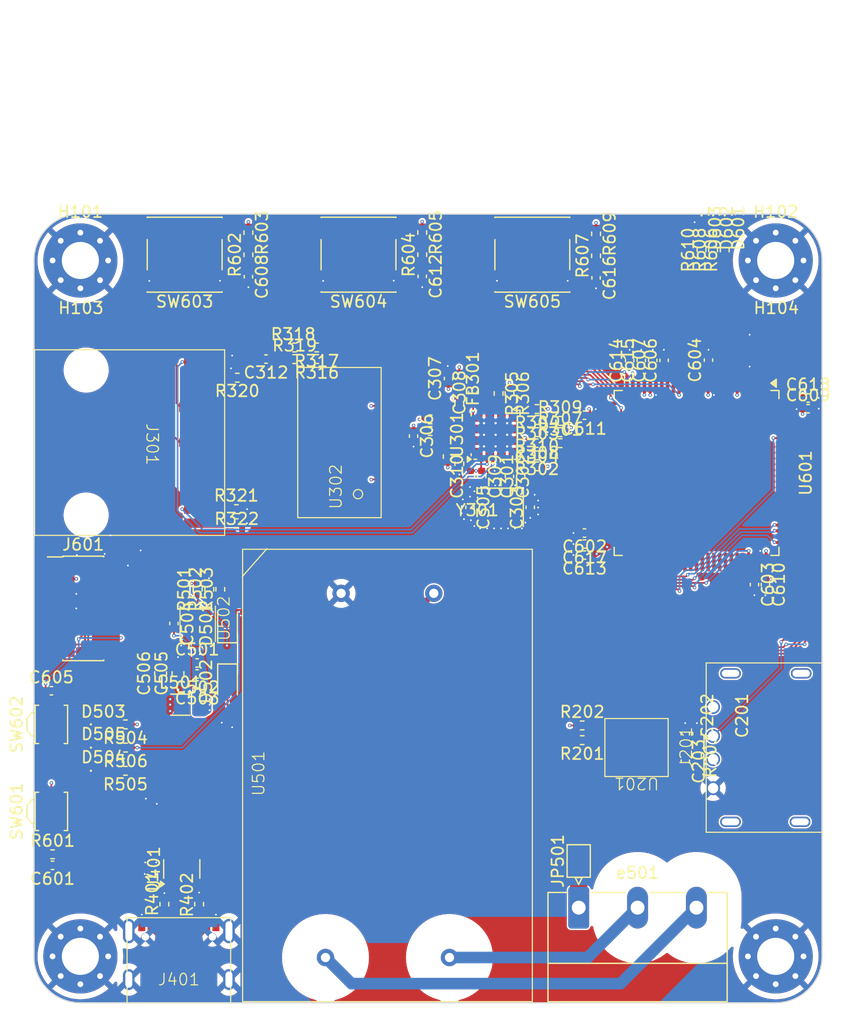
<source format=kicad_pcb>
(kicad_pcb (version 20240108) (generator "pcbnew") (generator_version "8.0")
  (layers (0 "F.Cu" signal) (1 "In1.Cu" signal "In1.Cu - GND") (2 "In2.Cu" signal "In2.Cu - Supply") (31 "B.Cu" signal) (34 "B.Paste" user) (35 "F.Paste" user) (36 "B.SilkS" user "B.Silkscreen") (37 "F.SilkS" user "F.Silkscreen") (38 "B.Mask" user) (39 "F.Mask" user) (44 "Edge.Cuts" user))
  (net 0 "")
  (net 1 "/5V_USB")
  (net 2 "GND")
  (net 3 "/LIN/LIN")
  (net 4 "/ethernet/VDDCR")
  (net 5 "Net-(U301-XTAL1{slash}CLKIN)")
  (net 6 "+3.3V")
  (net 7 "Net-(U301-XTAL2)")
  (net 8 "/ethernet/CT")
  (net 9 "Earth")
  (net 10 "Net-(C312-Pad1)")
  (net 11 "/power/5V_max")
  (net 12 "Net-(U502-SW)")
  (net 13 "Net-(U502-VBST)")
  (net 14 "Net-(U601-BOOT0)")
  (net 15 "Net-(U601-VCAP_1)")
  (net 16 "Net-(U601-VCAP_2)")
  (net 17 "/STM32/NRST")
  (net 18 "/STM32/BTN1")
  (net 19 "/STM32/BTN2")
  (net 20 "/STM32/BTN3")
  (net 21 "/5V_Flyback")
  (net 22 "Net-(D503-A)")
  (net 23 "Net-(D504-A)")
  (net 24 "Net-(D505-A)")
  (net 25 "Net-(D601-A)")
  (net 26 "Net-(D602-A)")
  (net 27 "Net-(D603-A)")
  (net 28 "N")
  (net 29 "L")
  (net 30 "/ES")
  (net 31 "/ethernet/TX+")
  (net 32 "Net-(J301-Pad4)")
  (net 33 "Net-(J301-LED1-)")
  (net 34 "Net-(J301-Pad7)")
  (net 35 "Net-(J301-LED2-)")
  (net 36 "/ethernet/LED2+")
  (net 37 "/ethernet/RX+")
  (net 38 "/ethernet/TX-")
  (net 39 "/ethernet/RX-")
  (net 40 "/ethernet/LED1+")
  (net 41 "/USB_C/D-")
  (net 43 "/USB_C/D+")
  (net 44 "Net-(J401-CC2)")
  (net 46 "Net-(J401-CC1)")
  (net 47 "/STM32/SWDIO")
  (net 50 "/STM32/VCP_TX")
  (net 53 "/STM32/SWCLK")
  (net 54 "/STM32/VCP_RX")
  (net 56 "/LIN_EN")
  (net 57 "/USART1_RX")
  (net 58 "/ETH_RXD0")
  (net 59 "Net-(U301-RXD0{slash}MODE0)")
  (net 60 "Net-(U301-RXD1{slash}MODE1)")
  (net 61 "/ETH_RXD1")
  (net 62 "Net-(U301-CRS_DV{slash}MODE2)")
  (net 63 "/ETH_CRS_DV")
  (net 64 "/ETH_MDI0")
  (net 65 "Net-(U301-~{INT}{slash}REFCLKO)")
  (net 66 "/ETH_REF_CLK")
  (net 67 "Net-(U301-RXER{slash}PHYAD0)")
  (net 68 "/ethernet/TD+")
  (net 69 "Net-(U301-RBIAS)")
  (net 70 "/ethernet/TD-")
  (net 71 "/ethernet/RD+")
  (net 72 "/ethernet/RD-")
  (net 73 "/ethernet/RXCT")
  (net 74 "/ethernet/TXCT")
  (net 75 "Net-(U502-EN)")
  (net 76 "Net-(U502-VFB)")
  (net 77 "Net-(R602-Pad2)")
  (net 78 "Net-(R604-Pad2)")
  (net 79 "/STM32/LED1")
  (net 80 "Net-(R607-Pad2)")
  (net 81 "/STM32/LED2")
  (net 82 "/STM32/LED3")
  (net 84 "/USART1_TX")
  (net 86 "/ETH_TX_EN")
  (net 87 "/NRST_ETH")
  (net 88 "/ETH_TXD1")
  (net 89 "/ETH_TXD0")
  (net 90 "/ETH_MDC")
  (net 146 "/USB_D-")
  (net 147 "/USB_D+")
  (footprint "Librairie_MB:CND-Tek B1601S" (layer "F.Cu") (at 126.5 111.255 90)
    (property "Reference" "U302")
    (property "Value" "CND-tek B1601S")
  )
  (footprint "Capacitor_SMD:C_0402_1005Metric" (layer "F.Cu") (at 159.11 127.95 -90)
    (property "Reference" "C610")
    (property "Value" "100n")
  )
  (footprint "Capacitor_SMD:C_0402_1005Metric" (layer "F.Cu") (at 110.075 136.6 180)
    (property "Reference" "C503")
    (property "Value" "10u")
  )
  (footprint "Capacitor_SMD:C_0402_1005Metric" (layer "F.Cu") (at 138.82 121.28 90)
    (property "Reference" "C303")
    (property "Value" "20p")
  )
  (footprint "Resistor_SMD:R_0402_1005Metric" (layer "F.Cu") (at 103.9 142 180)
    (property "Reference" "R506")
    (property "Value" "2k3")
  )
  (footprint "Diode_SMD:D_0402_1005Metric" (layer "F.Cu") (at 102 142)
    (property "Reference" "D505")
    (property "Value" "LED")
  )
  (footprint "Capacitor_SMD:C_0402_1005Metric" (layer "F.Cu") (at 133.87 111.39 90)
    (property "Reference" "C308")
    (property "Value" "100n")
  )
  (footprint "Resistor_SMD:R_0402_1005Metric" (layer "F.Cu") (at 129.5 99.5 90)
    (property "Reference" "R604")
    (property "Value" "10k")
  )
  (footprint "Resistor_SMD:R_0402_1005Metric" (layer "F.Cu") (at 139.39 117.75)
    (property "Reference" "R308")
    (property "Value" "10k")
  )
  (footprint "Capacitor_SMD:C_0402_1005Metric" (layer "F.Cu") (at 143.5 123.5 180)
    (property "Reference" "C602")
    (property "Value" "2u2")
  )
  (footprint "Diode_SMD:D_SOD-323" (layer "F.Cu") (at 112.7 131.35 90)
    (property "Reference" "D501")
    (property "Value" "BAT60JFILM" (hide yes))
  )
  (footprint "Resistor_SMD:R_0402_1005Metric" (layer "F.Cu") (at 154.6 99.09 90)
    (property "Reference" "R608")
    (property "Value" "R_Small")
  )
  (footprint "Librairie_MB:TPS563201" (layer "F.Cu") (at 109.175 132.75 90)
    (property "Reference" "U502")
    (property "Value" "TPS563201")
  )
  (footprint "Resistor_SMD:R_0402_1005Metric" (layer "F.Cu") (at 131.7 116.91 -90)
    (property "Reference" "R314" (hide yes))
    (property "Value" "50")
  )
  (footprint "Capacitor_SMD:C_0402_1005Metric" (layer "F.Cu") (at 158.17 127.95 -90)
    (property "Reference" "C603")
    (property "Value" "2u2")
  )
  (footprint "Jumper:SolderJumper-2_P1.3mm_Open_TrianglePad1.0x1.5mm" (layer "F.Cu") (at 143 151.775 90)
    (property "Reference" "JP501")
    (property "Value" "SolderJumper_2_Open")
  )
  (footprint "Capacitor_SMD:C_0402_1005Metric" (layer "F.Cu") (at 139.38 115.75 180)
    (property "Reference" "C304")
    (property "Value" "100n")
  )
  (footprint "Capacitor_SMD:C_0402_1005Metric" (layer "F.Cu") (at 143.5 124.45 180)
    (property "Reference" "C617")
    (property "Value" "100n")
  )
  (footprint "Capacitor_SMD:C_0402_1005Metric" (layer "F.Cu") (at 137.025 118.62 -90)
    (property "Reference" "C302")
    (property "Value" "1u")
  )
  (footprint "Resistor_SMD:R_0402_1005Metric" (layer "F.Cu") (at 153.6 99.09 90)
    (property "Reference" "R610")
    (property "Value" "R_Small")
  )
  (footprint "Librairie_MB:NCV7329" (layer "F.Cu") (at 145.26 143.9 -90)
    (property "Reference" "U201")
    (property "Value" "NCV7329")
  )
  (footprint "Resistor_SMD:R_0402_1005Metric" (layer "F.Cu") (at 139.4 112.81 180)
    (property "Reference" "R304")
    (property "Value" "1k5")
  )
  (footprint "Resistor_SMD:R_0402_1005Metric" (layer "F.Cu") (at 113.45 122.65)
    (property "Reference" "R322")
    (property "Value" "270")
  )
  (footprint "Capacitor_SMD:C_0402_1005Metric" (layer "F.Cu") (at 143.5 113.34 180)
    (property "Reference" "C611")
    (property "Value" "100n" (hide yes))
  )
  (footprint "Capacitor_SMD:C_0402_1005Metric" (layer "F.Cu") (at 144.5 101.5 -90)
    (property "Reference" "C616")
    (property "Value" "10n")
  )
  (footprint "Diode_SMD:D_0402_1005Metric" (layer "F.Cu") (at 153.6 97.2 -90)
    (property "Reference" "D603")
    (property "Value" "LED")
  )
  (footprint "Resistor_SMD:R_0402_1005Metric" (layer "F.Cu") (at 144.5 97.7 -90)
    (property "Reference" "R609")
    (property "Value" "10k")
  )
  (footprint "Resistor_SMD:R_0402_1005Metric" (layer "F.Cu") (at 139.39 116.81 180)
    (property "Reference" "R302")
    (property "Value" "33")
  )
  (footprint "Capacitor_SMD:C_0402_1005Metric" (layer "F.Cu") (at 108.075 131.3 -90)
    (property "Reference" "C504")
    (property "Value" "100n")
  )
  (footprint "Resistor_SMD:R_0402_1005Metric" (layer "F.Cu") (at 129.5 97.59 -90)
    (property "Reference" "R605")
    (property "Value" "10k")
  )
  (footprint "Capacitor_SMD:C_0402_1005Metric" (layer "F.Cu") (at 131.77 110.18 90)
    (property "Reference" "C307")
    (property "Value" "100n")
  )
  (footprint "Resistor_SMD:R_0402_1005Metric" (layer "F.Cu") (at 139.39 114.8 180)
    (property "Reference" "R310")
    (property "Value" "10k")
  )
  (footprint "Resistor_SMD:R_0402_1005Metric" (layer "F.Cu") (at 114.5 99.51 90)
    (property "Reference" "R602")
    (property "Value" "10k")
  )
  (footprint "Resistor_SMD:R_0402_1005Metric" (layer "F.Cu") (at 132.7 112.39 90)
    (property "Reference" "R313" (hide yes))
    (property "Value" "50")
  )
  (footprint "Button_Switch_SMD:SW_Push_1P1T_NO_6x6mm_H9.5mm" (layer "F.Cu") (at 139 99.5 180)
    (property "Reference" "SW605")
    (property "Value" "SW_Push")
  )
  (footprint "Resistor_SMD:R_0402_1005Metric" (layer "F.Cu") (at 144.5 99.6 90)
    (property "Reference" "R607")
    (property "Value" "10k")
  )
  (footprint "Capacitor_SMD:C_0402_1005Metric" (layer "F.Cu") (at 143.5 125.4 180)
    (property "Reference" "C613")
    (property "Value" "2u2")
  )
  (footprint "Resistor_SMD:R_0402_1005Metric" (layer "F.Cu") (at 143.3 140.09)
    (property "Reference" "R202")
    (property "Value" "10k")
  )
  (footprint "Resistor_SMD:R_0402_1005Metric" (layer "F.Cu") (at 114.5 97.6 -90)
    (property "Reference" "R603")
    (property "Value" "10k")
  )
  (footprint "Resistor_SMD:R_0402_1005Metric" (layer "F.Cu") (at 110.125 128.35 90)
    (property "Reference" "R501")
    (property "Value" "10k")
  )
  (footprint "Capacitor_SMD:C_0402_1005Metric" (layer "F.Cu") (at 162.8 112.78)
    (property "Reference" "C609")
    (property "Value" "100n")
  )
  (footprint "Diode_SMD:D_0402_1005Metric" (layer "F.Cu") (at 155.6 97.2 -90)
    (property "Reference" "D601")
    (property "Value" "LED")
  )
  (footprint "Inductor_SMD:L_0402_1005Metric" (layer "F.Cu") (at 132.7 110.2 -90)
    (property "Reference" "FB301")
    (property "Value" "FerriteBead_Small")
  )
  (footprint "Resistor_SMD:R_0402_1005Metric" (layer "F.Cu") (at 110.25 155.5 90)
    (property "Reference" "R402")
    (property "Value" "5.1k")
  )
  (footprint "Resistor_SMD:R_0402_1005Metric" (layer "F.Cu") (at 137.03 111.47 -90)
    (property "Reference" "R306")
    (property "Value" "10k")
  )
  (footprint "Resistor_SMD:R_0402_1005Metric" (layer "F.Cu") (at 143.3 141.36 180)
    (property "Reference" "R201")
    (property "Value" "250k")
  )
  (footprint "Connector_Phoenix_MC_HighVoltage:PhoenixContact_MC_1,5_3-G-5.08_1x03_P5.08mm_Horizontal" (layer "F.Cu") (at 143 155.8)
    (property "Reference" "e501")
    (property "Value" "Conn_01x03")
  )
  (footprint "Resistor_SMD:R_0402_1005Metric" (layer "F.Cu") (at 112.075 128.35 90)
    (property "Reference" "R503")
    (property "Value" "33k2")
  )
  (footprint "Capacitor_SMD:C_0402_1005Metric" (layer "F.Cu") (at 162.8 111.86)
    (property "Reference" "C618")
    (property "Value" "2u2")
  )
  (footprint "MountingHole:MountingHole_3.2mm_M3_Pad_Via" (layer "F.Cu") (at 160 100)
    (property "Reference" "H102")
    (property "Value" "MountingHole_Pad")
  )
  (footprint "Resistor_SMD:R_0402_1005Metric" (layer "F.Cu") (at 111.125 128.35 90)
    (property "Reference" "R502")
    (property "Value" "10k")
  )
  (footprint "Librairie_MB:USB_A_Femelle" (layer "F.Cu") (at 154.6 142 90)
    (property "Reference" "J201")
    (property "Value" "USB_A")
  )
  (footprint "Capacitor_SMD:C_0402_1005Metric" (layer "F.Cu") (at 153.2 140.8 90)
    (property "Reference" "C201")
    (property "Value" "10u")
  )
  (footprint "Resistor_SMD:R_0402_1005Metric" (layer "F.Cu") (at 139.4 113.75 180)
    (property "Reference" "R303")
    (property "Value" "33")
  )
  (footprint "Button_Switch_SMD:SW_Push_1P1T_NO_6x6mm_H9.5mm" (layer "F.Cu") (at 124 99.5 180)
    (property "Reference" "SW604")
    (property "Value" "SW_Push")
  )
  (footprint "Resistor_SMD:R_0402_1005Metric" (layer "F.Cu") (at 120.4 108.5 180)
    (property "Reference" "R316")
    (property "Value" "75")
  )
  (footprint "Resistor_SMD:R_0402_1005Metric" (layer "F.Cu") (at 141.4 115.75)
    (property "Reference" "R301")
    (property "Value" "33")
  )
  (footprint "Capacitor_SMD:C_0402_1005Metric" (layer "F.Cu") (at 129.5 101.37 -90)
    (property "Reference" "C612")
    (property "Value" "10n")
  )
  (footprint "MountingHole:MountingHole_3.2mm_M3_Pad_Via" (layer "F.Cu") (at 160 160)
    (property "Reference" "H103")
    (property "Value" "MountingHole_Pad")
  )
  (footprint "Diode_SMD:D_0402_1005Metric" (layer "F.Cu") (at 102 140)
    (property "Reference" "D503")
    (property "Value" "LED")
  )
  (footprint "Capacitor_SMD:C_0402_1005Metric" (layer "F.Cu") (at 154.2 108.59 90)
    (property "Reference" "C604")
    (property "Value" "100n")
  )
  (footprint "Resistor_SMD:R_0402_1005Metric" (layer "F.Cu") (at 118.49 107.5)
    (property "Reference" "R318")
    (property "Value" "75")
  )
  (footprint "Capacitor_SMD:C_0402_1005Metric" (layer "F.Cu") (at 152.2 140.8 90)
    (property "Reference" "C202")
    (property "Value" "100n")
  )
  (footprint "Capacitor_SMD:C_0402_1005Metric" (layer "F.Cu") (at 110.075 134.7)
    (property "Reference" "C501")
    (property "Value" "100n")
  )
  (footprint "Librairie_MB:TD POWER TAS12-5-W2" (layer "F.Cu") (at 126.5 144.4 90)
    (property "Reference" "U501")
    (property "Value" "TDPOWER TAS12-5-W2")
  )
  (footprint "Resistor_SMD:R_0402_1005Metric" (layer "F.Cu") (at 103.89 140 180)
    (property "Reference" "R504")
    (property "Value" "800")
  )
  (footprint "Librairie_MB:HC-RJ45-5JAS-1-5-01" (layer "F.Cu") (at 110.7 115.7 -90)
    (property "Reference" "J301")
    (property "Value" "RJ45")
  )
  (footprint "Resistor_SMD:R_0402_1005Metric" (layer "F.Cu") (at 113.54 110.109)
    (property "Reference" "R320")
    (property "Value" "270")
  )
  (footprint "MountingHole:MountingHole_3.2mm_M3_Pad_Via" (layer "F.Cu") (at 100 160)
    (property "Reference" "H104")
    (property "Value" "MountingHole_Pad")
  )
  (footprint "Capacitor_SMD:C_0402_1005Metric" (layer "F.Cu") (at 128.75 115.14 -90)
    (property "Reference" "C306")
    (property "Value" "100n")
  )
  (footprint "Package_TO_SOT_SMD:SOT-23-6" (layer "F.Cu") (at 108.75 152.4625 90)
    (property "Reference" "U401")
    (property "Value" "USBLC6-2SC6")
  )
  (footprint "Crystal:Crystal_SMD_3225-4Pin_3.2x2.5mm" (layer "F.Cu") (at 136.22 121.28 180)
    (property "Reference" "Y301")
    (property "Value" "Crystal_GND24")
  )
  (footprint "Capacitor_SMD:C_0402_1005Metric" (layer "F.Cu") (at 150.37 108.61 90)
    (property "Reference" "C606")
    (property "Value" "100n")
  )
  (footprint "Button_Switch_SMD:SW_Push_1P1T_NO_6x6mm_H9.5mm" (layer "F.Cu") (at 109 99.5 180)
    (property "Reference" "SW603")
    (property "Value" "SW_Push")
  )
  (footprint "Capacitor_SMD:C_0402_1005Metric" (layer "F.Cu") (at 134.63 118.62 -90)
    (property "Reference" "C309")
    (property "Value" "100n")
  )
  (footprint "Inductor_SMD:L_1206_3216Metric" (layer "F.Cu") (at 108.625 138.3)
    (property "Reference" "L501")
    (property "Value" "2u2")
  )
  (footprint "Librairie_MB:USB_C_femelle_12P" (layer "F.Cu") (at 108.5 162)
    (property "Reference" "J401")
    (property "Value" "USB_C_Receptacle")
  )
  (footprint "Resistor_SMD:R_0402_1005Metric" (layer "F.Cu") (at 141.4 113.83)
    (property "Reference" "R309")
    (property "Value" "10k")
  )
  (footprint "Resistor_SMD:R_0402_1005Metric" (layer "F.Cu") (at 107.25 155.5 90)
    (property "Reference" "R401")
    (property "Value" "5.1k")
  )
  (footprint "Resistor_SMD:R_0402_1005Metric" (layer "F.Cu") (at 113.46 121.44)
    (property "Reference" "R321")
    (property "Value" "10k" (hide yes))
  )
  (footprint "Capacitor_SMD:C_0402_1005Metric" (layer "F.Cu") (at 133.66 118.62 90)
    (property "Reference" "C310")
    (property "Value" "10u")
  )
  (footprint "Capacitor_SMD:C_0402_1005Metric" (layer "F.Cu") (at 116.02 108.5 180)
    (property "Reference" "C312")
    (property "Value" "1n")
  )
  (footprint "Resistor_SMD:R_0402_1005Metric" (layer "F.Cu") (at 136.09 111.47 -90)
    (property "Reference" "R305")
    (property "Value" "33")
  )
  (footprint "Button_Switch_SMD:SW_SPST_B3U-3000P" (layer "F.Cu") (at 97.5 140 90)
    (property "Reference" "SW602")
    (property "Value" "SW_Push")
  )
  (footprint "MountingHole:MountingHole_3.2mm_M3_Pad_Via" (layer "F.Cu") (at 100 100)
    (property "Reference" "H101")
    (property "Value" "MountingHole_Pad")
  )
  (footprint "Resistor_SMD:R_0402_1005Metric" (layer "F.Cu") (at 120.39 107.5 180)
    (property "Reference" "R317")
    (property "Value" "75")
  )
  (footprint "Capacitor_SMD:C_0603_1608Metric" (layer "F.Cu") (at 108.425 135.6 90)
    (property "Reference" "C505")
    (property "Value" "22u")
  )
  (footprint "Resistor_SMD:R_0402_1005Metric" (layer "F.Cu") (at 103.89 144 180)
    (property "Reference" "R505")
    (property "Value" "2k3")
  )
  (footprint "Capacitor_SMD:C_0402_1005Metric" (layer "F.Cu") (at 114.5 101.4 -90)
    (property "Reference" "C608")
    (property "Value" "10n")
  )
  (footprint "Diode_SMD:D_SOD-323" (layer "F.Cu") (at 112.7 136.4 -90)
    (property "Reference" "D502")
    (property "Value" "BAT60JFILM" (hide yes))
  )
  (footprint "Capacitor_SMD:C_0402_1005Metric" (layer "F.Cu") (at 97.6 152.15 180)
    (property "Reference" "C601")
    (property "Value" "10n")
  )
  (footprint "Package_DFN_QFN:VQFN-24-1EP_4x4mm_P0.5mm_EP2.5x2.5mm_ThermalVias" (layer "F.Cu") (at 135.83 115.03 90)
    (property "Reference" "U301")
    (property "Value" "LAN8742A")
  )
  (footprint "Capacitor_SMD:C_0402_1005Metric" (layer "F.Cu") (at 147.4 108.63 90)
    (property "Reference" "C614")
    (property "Value" "100n")
  )
  (footprint "Capacitor_SMD:C_0402_1005Metric" (layer "F.Cu") (at 152.2 143.18 -90)
    (property "Reference" "C203")
    (property "Value" "1n")
  )
  (footprint "Capacitor_SMD:C_0603_1608Metric" (layer "F.Cu") (at 106.925 135.6 90)
    (property "Reference" "C506")
    (property "Value" "22u")
  )
  (footprint "Capacitor_SMD:C_0402_1005Metric" (layer "F.Cu") (at 97.5 137.1)
    (property "Reference" "C605")
    (property "Value" "100n")
  )
  (footprint "Capacitor_SMD:C_0402_1005Metric" (layer "F.Cu") (at 148.4 108.62 90)
    (property "Reference" "C615")
    (property "Value" "1u")
  )
  (footprint "Connector_PinHeader_1.27mm:PinHeader_2x07_P1.27mm_Vertical_SMD" (layer "F.Cu") (at 100.25 130)
    (property "Reference" "J601")
    (property "Value" "Conn_ST_STDC14")
  )
  (footprint "Resistor_SMD:R_0402_1005Metric" (layer "F.Cu") (at 97.6 151.2)
    (property "Reference" "R601")
    (property "Value" "10k")
  )
  (footprint "Resistor_SMD:R_0402_1005Metric" (layer "F.Cu") (at 132.7 117.53 -90)
    (property "Reference" "R312" (hide yes))
    (property "Value" "12k1")
  )
  (footprint "Resistor_SMD:R_0402_1005Metric" (layer "F.Cu") (at 141.4 114.8)
    (property "Reference" "R307")
    (property "Value" "10k")
  )
  (footprint "Resistor_SMD:R_0402_1005Metric" (layer "F.Cu") (at 155.6 99.1 90)
    (property "Reference" "R606")
    (property "Value" "R_Small")
  )
  (footprint "Diode_SMD:D_0402_1005Metric" (layer "F.Cu") (at 154.6 97.2 -90)
    (property "Reference" "D602")
    (property "Value" "LED")
  )
  (footprint "Resistor_SMD:R_0402_1005Metric" (layer "F.Cu") (at 130.19 113.7)
    (property "Reference" "R311" (hide yes))
    (property "Value" "50")
  )
  (footprint "Resistor_SMD:R_0402_1005Metric" (layer "F.Cu") (at 130.19 114.7 180)
    (property "Reference" "R315" (hide yes))
    (property "Value" "50")
  )
  (footprint "Capacitor_SMD:C_0402_1005Metric" (layer "F.Cu") (at 149.39 108.61 90)
    (property "Reference" "C607")
    (property "Value" "100n")
  )
  (footprint "Package_QFP:LQFP-100_14x14mm_P0.5mm" (layer "F.Cu") (at 153.17 118.32 -90)
    (property "Reference" "U601")
    (property "Value" "STM32F407VETx" (hide yes))
  )
  (footprint "Button_Switch_SMD:SW_SPST_B3U-3000P" (layer "F.Cu") (at 97.5 147.5 90)
    (property "Reference" "SW601")
    (property "Value" "boot")
  )
  (footprint "Capacitor_SMD:C_0402_1005Metric" (layer "F.Cu") (at 110.075 135.65 180)
    (property "Reference" "C502")
    (property "Value" "10u")
  )
  (footprint "Diode_SMD:D_0402_1005Metric" (layer "F.Cu") (at 102 144)
    (property "Reference" "D504")
    (property "Value" "LED")
  )
  (footprint "Capacitor_SMD:C_0402_1005Metric" (layer "F.Cu") (at 137.995 118.62 90)
    (property "Reference" "C301")
    (property "Value" "470p")
  )
  (footprint "Resistor_SMD:R_0402_1005Metric" (layer "F.Cu") (at 153.2 142.69 -90)
    (property "Reference" "R203")
    (property "Value" "1k")
  )
  (footprint "Resistor_SMD:R_0402_1005Metric" (layer "F.Cu") (at 118.49 108.5)
    (property "Reference" "R319")
    (property "Value" "75")
  )
  (footprint "Capacitor_SMD:C_0402_1005Metric" (layer "F.Cu") (at 133.62 121.28 -90)
    (property "Reference" "C305")
    (property "Value" "20p")
  )
  (gr_arc (start 96 100) (mid 97.171573 97.171573) (end 100 96) (stroke (width 0.1)) (layer "Edge.Cuts"))
  (gr_arc (start 100 164) (mid 97.171573 162.828427) (end 96 160) (stroke (width 0.1)) (layer "Edge.Cuts"))
  (gr_line (start 100 96) (end 160 96) (stroke (width 0.1)) (layer "Edge.Cuts"))
  (gr_line (start 96 160) (end 96 100) (stroke (width 0.1)) (layer "Edge.Cuts"))
  (gr_arc (start 164 160) (mid 162.828427 162.828427) (end 160 164) (stroke (width 0.1)) (layer "Edge.Cuts"))
  (gr_line (start 160 164) (end 100 164) (stroke (width 0.1)) (layer "Edge.Cuts"))
  (gr_line (start 164 100) (end 164 160) (stroke (width 0.1)) (layer "Edge.Cuts"))
  (gr_arc (start 160 96) (mid 162.828427 97.171573) (end 164 100) (stroke (width 0.1)) (layer "Edge.Cuts"))
  (segment (start 108.35 152.4) (end 108.75 152) (width 0.15) (layer "F.Cu") (net 1))
  (segment (start 108.75 152) (end 108.75 151.325) (width 0.15) (layer "F.Cu") (net 1))
  (segment (start 106.1 153.9) (end 106.1 152.4) (width 0.15) (layer "F.Cu") (net 1))
  (segment (start 110.1335 158.5) (end 110.9 157.7335) (width 0.15) (layer "F.Cu") (net 1))
  (segment (start 110.9 157.7335) (end 110.9 157.255) (width 0.15) (layer "F.Cu") (net 1))
  (segment (start 104.4 144) (end 104.9 144) (width 0.15) (layer "F.Cu") (net 1))
  (segment (start 106.1 157.255) (end 106.1 157.7335) (width 0.15) (layer "F.Cu") (net 1))
  (segment (start 104.9 144) (end 106.825 145.925) (width 0.15) (layer "F.Cu") (net 1))
  (segment (start 106.1 157.7335) (end 106.8665 158.5) (width 0.15) (layer "F.Cu") (net 1))
  (segment (start 106.1 146.65) (end 106.1 153.9) (width 0.15) (layer "F.Cu") (net 1))
  (segment (start 106.1 152.4) (end 108.35 152.4) (width 0.15) (layer "F.Cu") (net 1))
  (segment (start 112.7 137.45) (end 112.7 140.05) (width 0.15) (layer "F.Cu") (net 1))
  (segment (start 106.1 157.255) (end 106.1 153.9) (width 0.15) (layer "F.Cu") (net 1))
  (segment (start 106.825 145.925) (end 106.1 146.65) (width 0.15) (layer "F.Cu") (net 1))
  (segment (start 106.8665 158.5) (end 110.1335 158.5) (width 0.15) (layer "F.Cu") (net 1))
  (segment (start 112.7 140.05) (end 106.825 145.925) (width 0.15) (layer "F.Cu") (net 1))
  (segment (start 149.39 108.13) (end 149.39 107.71) (width 0.15) (layer "F.Cu") (net 2))
  (segment (start 111.125 127.425) (end 111.1 127.4) (width 0.15) (layer "F.Cu") (net 2))
  (segment (start 152.2 139.9) (end 152.19 139.89) (width 0.15) (layer "F.Cu") (net 2))
  (segment (start 99.63 128.73) (end 99.65 128.75) (width 0.15) (layer "F.Cu") (net 2))
  (segment (start 127.975 101.75) (end 127.05 101.75) (width 0.15) (layer "F.Cu") (net 2))
  (segment (start 131.77 109.7) (end 131.77 109.17) (width 0.15) (layer "F.Cu") (net 2))
  (segment (start 153.2 140.32) (end 153.2 139.89) (width 0.15) (layer "F.Cu") (net 2))
  (segment (start 134.58 119.1) (end 134.58 119.53) (width 0.15) (layer "F.Cu") (net 2))
  (segment (start 105.025 101.75) (end 105.94 101.75) (width 0.15) (layer "F.Cu") (net 2))
  (segment (start 148.4 108.14) (end 148.4 107.7) (width 0.15) (layer "F.Cu") (net 2))
  (segment (start 120.025 101.75) (end 120.94 101.75) (width 0.15) (layer "F.Cu") (net 2))
  (segment (start 98.3 128.73) (end 99.63 128.73) (width 0.15) (layer "F.Cu") (net 2))
  (segment (start 163.28 112.78) (end 163.71 112.78) (width 0.15) (layer "F.Cu") (net 2))
  (segment (start 113.96 122.65) (end 114.38 122.65) (width 0.15) (layer "F.Cu") (net 2))
  (segment (start 154.6 96.715) (end 155.6 96.715) (width 0.15) (layer "F.Cu") (net 2))
  (segment (start 158.17 128.85) (end 158.16 128.86) (width 0.15) (layer "F.Cu") (net 2))
  (segment (start 155.6 96.715) (end 153.6 96.715) (width 0.15) (layer "F.Cu") (net 2))
  (segment (start 132.7 118.04) (end 132.7 118.46) (width 0.15) (layer "F.Cu") (net 2))
  (segment (start 148.41 108.13) (end 148.4 108.14) (width 0.15) (layer "F.Cu") (net 2))
  (segment (start 109.175 132.75) (end 109.175 133.85) (width 0.15) (layer "F.Cu") (net 2))
  (segment (start 109.595 136.6) (end 109.595 135.65) (width 0.15) (layer "F.Cu") (net 2))
  (segment (start 154.67 111.6) (end 154.67 110.645) (width 0.15) (layer "F.Cu") (net 2))
  (segment (start 149.67 111.6) (end 149.67 110.645) (width 0.15) (layer "F.Cu") (net 2))
  (segment (start 138.82 121.76) (end 138.82 122.19) (width 0.15) (layer "F.Cu") (net 2))
  (segment (start 135.12 120.43) (end 134.27 120.43) (width 0.15) (layer "F.Cu") (net 2))
  (segment (start 150.37 107.72) (end 150.35 107.7) (width 0.15) (layer "F.Cu") (net 2))
  (segment (start 149.39 108.13) (end 148.41 108.13) (width 0.15) (layer "F.Cu") (net 2))
  (segment (start 98.3 130) (end 99.65 130) (width 0.15) (layer "F.Cu") (net 2))
  (segment (start 156.185 96.715) (end 156.2 96.7) (width 0.15) (layer "F.Cu") (net 2))
  (segment (start 109.595 134.285686) (end 109.467157 134.157843) (width 0.15) (layer "F.Cu") (net 2))
  (segment (start 147.4 108.15) (end 148.39 108.15) (width 0.15) (layer "F.Cu") (net 2))
  (segment (start 137.025 119.1) (end 137.235 119.1) (width 0.15) (layer "F.Cu") (net 2))
  (segment (start 149.39 107.71) (end 149.4 107.7) (width 0.15) (layer "F.Cu") (net 2))
  (segment (start 114.389 121.44) (end 114.39 121.441) (width 0.15) (layer "F.Cu") (net 2))
  (segment (start 109.595 134.7) (end 109.595 134.285686) (width 0.15) (layer "F.Cu") (net 2))
  (segment (start 153.015 96.715) (end 153 96.7) (width 0.15) (layer "F.Cu") (net 2))
  (segment (start 110.25 154.99) (end 110.25 154.5) (width 0.15) (layer "F.Cu") (net 2))
  (segment (start 153.6 96.715) (end 153.015 96.715) (width 0.15) (layer "F.Cu") (net 2))
  (segment (start 113.97 121.44) (end 114.389 121.44) (width 0.15) (layer "F.Cu") (net 2))
  (segment (start 133.87 110.37) (end 133.8 110.3) (width 0.15) (layer "F.Cu") (net 2))
  (segment (start 133.87 110.91) (end 133.87 110.37) (width 0.15) (layer "F.Cu") (net 2))
  (segment (start 139.9 114.8) (end 140.32 114.8) (width 0.15) (layer "F.Cu") (net 2))
  (segment (start 133.62 119.1) (end 133.62 119.53) (width 0.15) (layer "F.Cu") (net 2))
  (segment (start 128.75 115.62) (end 128.75 116.05) (width 0.15) (layer "F.Cu") (net 2))
  (segment (start 143.02 113.34) (end 143.02 112.72) (width 0.15) (layer "F.Cu") (net 2))
  (segment (start 108.425 134.825) (end 108.425 134.2) (width 0.15) (layer "F.Cu") (net 2))
  (segment (start 159.11 128.44) (end 159.11 128.87) (width 0.15) (layer "F.Cu") (net 2))
  (segment (start 109.175 132.75) (end 109.15 132.75) (width 0.15) (layer "F.Cu") (net 2))
  (segment (start 158.67 125.05) (end 158.66 125.04) (width 0.15) (layer "F.Cu") (net 2))
  (segment (start 120.94 101.75) (end 120.95 101.76) (width 0.15) (layer "F.Cu") (net 2))
  (segment (start 107.25 154.99) (end 107.25 154.55) (width 0.15) (layer "F.Cu") (net 2))
  (segment (start 109.595 136.6) (end 109.595 136.955) (width 0.15) (layer "F.Cu") (net 2))
  (segment (start 144.5 101.98) (end 144.5 102.4) (width 0.15) (layer "F.Cu") (net 2))
  (segment (start 158.17 128.43) (end 158.17 128.85) (width 0.15) (layer "F.Cu") (net 2))
  (segment (start 105.3 157.255) (end 105.3 156.4) (width 0.15) (layer "F.Cu") (net 2))
  (segment (start 137.5 122.31) (end 137.32 122.13) (width 0.15) (layer "F.Cu") (net 2))
  (segment (start 109.595 136.955) (end 109.45 137.1) (width 0.15) (layer "F.Cu") (net 2))
  (segment (start 112.975 101.75) (end 112.05 101.75) (width 0.15) (layer "F.Cu") (net 2))
  (segment (start 109.15 132.75) (end 108.7 133.2) (width 0.15) (layer "F.Cu") (net 2))
  (segment (start 109.175 133.85) (end 109.475 134.15) (width 0.15) (layer "F.Cu") (net 2))
  (segment (start 109.595 135.65) (end 109.595 134.7) (width 0.15) (layer "F.Cu") (net 2))
  (segment (start 129.5 101.85) (end 129.5 102.3) (width 0.15) (layer "F.Cu") (net 2))
  (segment (start 131.77 109.17) (end 131.7 109.1) (width 0.15) (layer "F.Cu") (net 2))
  (segment (start 143.02 123.5) (end 142.55 123.5) (width 0.15) (layer "F.Cu") (net 2))
  (segment (start 135.12 120.43) (end 135.12 119.67) (width 0.15) (layer "F.Cu") (net 2))
  (segment (start 147.4 108.15) (end 147.4 107.7) (width 0.15) (layer "F.Cu") (net 2))
  (segment (start 155.6 96.715) (end 156.185 96.715) (width 0.15) (layer "F.Cu") (net 2))
  (segment (start 144.47 112.82) (end 145.495 112.82) (width 0.15) (layer "F.Cu") (net 2))
  (segment (start 163.28 111.86) (end 163.71 111.86) (width 0.15) (layer "F.Cu") (net 2))
  (segment (start 108.75 153.6) (end 108.75 154.4) (width 0.15) (layer "F.Cu") (net 2))
  (segment (start 143.02 112.72) (end 143 112.7) (width 0.15) (layer "F.Cu") (net 2))
  (segment (start 143.02 124.45) (end 142.55 124.45) (width 0.15) (layer "F.Cu") (net 2))
  (segment (start 137.5 123.1) (end 137.5 122.31) (width 0.15) (layer "F.Cu") (net 2))
  (segment (start 137.995 119.1) (end 137.795 119.1) (width 0.15) (layer "F.Cu") (net 2))
  (segment (start 137.795 119.1) (end 137.515 119.38) (width 0.15) (layer "F.Cu") (net 2))
  (segment (start 127.05 101.75) (end 127.04 101.74) (width 0.15) (layer "F.Cu") (net 2))
  (segment (start 109.595 134.7) (end 108.55 134.7) (width 0.15) (layer "F.Cu") (net 2))
  (segment (start 142.975 101.75) (end 142.05 101.75) (width 0.15) (layer "F.Cu") (net 2))
  (segment (start 133.62 120.8) (end 133.62 120.36) (width 0.15) (layer "F.Cu") (net 2))
  (segment (start 150.37 108.13) (end 149.39 108.13) (width 0.15) (layer "F.Cu") (net 2))
  (segment (start 152.2 140.32) (end 152.2 139.9) (width 0.15) (layer "F.Cu") (net 2))
  (segment (start 137.235 119.1) (end 137.515 119.38) (width 0.15) (layer "F.Cu") (net 2))
  (segment (start 105.94 101.75) (end 105.95 101.76) (width 0.15) (layer "F.Cu") (net 2))
  (segment (start 111.125 127.84) (end 111.125 127.425) (width 0.15) (layer "F.Cu") (net 2))
  (segment (start 150.37 108.13) (end 150.37 107.72) (width 0.15) (layer "F.Cu") (net 2))
  (segment (start 160.845 112.82) (end 161.8 112.82) (width 0.15) (layer "F.Cu") (net 2))
  (segment (start 148.39 108.15) (end 148.4 108.14) (width 0.15) (layer "F.Cu") (net 2))
  (segment (start 143.02 125.4) (end 142.55 125.4) (width 0.15) (layer "F.Cu") (net 2))
  (segment (start 135.025 101.75) (end 135.95 101.75) (width 0.15) (layer "F.Cu") (net 2))
  (segment (start 158.67 125.995) (end 158.67 125.05) (width 0.15) (layer "F.Cu") (net 2))
  (segment (start 106.925 134.825) (end 106.925 134.2) (width 0.15) (layer "F.Cu") (net 2))
  (segment (start 114.5 101.88) (end 114.5 102.31) (width 0.15) (layer "F.Cu") (net 2))
  (segment (start 108.55 134.7) (end 108.425 134.825) (width 0.15) (layer "F.Cu") (net 2))
  (segment (start 111.7 157.255) (end 111.7 156.4) (width 0.15) (layer "F.Cu") (net 2))
  (via (at 132.7 118.46) (size 0.3) (drill 0.15) (layers "F.Cu" "B.Cu") (net 2))
  (via (at 148.4 107.7) (size 0.3) (drill 0.15) (layers "F.Cu" "B.Cu") (net 2))
  (via (at 113.1 108.2) (size 0.3) (drill 0.15) (layers "F.Cu" "B.Cu") (net 2))
  (via (at 133.8 110.3) (size 0.3) (drill 0.15) (layers "F.Cu" "B.Cu") (net 2))
  (via (at 161.8 112.82) (size 0.3) (drill 0.15) (layers "F.Cu" "B.Cu") (net 2))
  (via (at 135.12 119.67) (size 0.3) (drill 0.15) (layers "F.Cu" "B.Cu") (net 2))
  (via (at 163.71 111.86) (size 0.3) (drill 0.15) (layers "F.Cu" "B.Cu") (net 2))
  (via (at 106.55 151.9) (size 0.3) (drill 0.15) (layers "F.Cu" "B.Cu") (net 2))
  (via (at 102.6 123.7) (size 0.3) (drill 0.15) (layers "F.Cu" "B.Cu") (net 2))
  (via (at 159.11 128.87) (size 0.3) (drill 0.15) (layers "F.Cu" "B.Cu") (net 2))
  (via (at 112.05 101.75) (size 0.3) (drill 0.15) (layers "F.Cu" "B.Cu") (net 2))
  (via (at 113 109.3) (size 0.3) (drill 0.15) (layers "F.Cu" "B.Cu") (net 2))
  (via (at 139.5 121.9) (size 0.3) (drill 0.15) (layers "F.Cu" "B.Cu") (net 2))
  (via (at 154.2 107.7) (size 0.3) (drill 0.15) (layers "F.Cu" "B.Cu") (net 2))
  (via (at 153.2 139.89) (size 0.3) (drill 0.15) (layers "F.Cu" "B.Cu") (net 2))
  (via (at 157.75 106.4) (size 0.3) (drill 0.15) (layers "F.Cu" "B.Cu") (net 2))
  (via (at 135.95 101.75) (size 0.3) (drill 0.15) (layers "F.Cu" "B.Cu") (net 2))
  (via (at 104.1 126.3) (size 0.3) (drill 0.15) (layers "F.Cu" "B.Cu") (net 2))
  (via (at 105.6 151.9) (size 0.3) (drill 0.15) (layers "F.Cu" "B.Cu") (net 2))
  (via (at 127.04 101.74) (size 0.3) (drill 0.15) (layers "F.Cu" "B.Cu") (net 2))
  (via (at 134 122.9) (size 0.3) (drill 0.15) (layers "F.Cu" "B.Cu") (net 2))
  (via (at 147.4 107.7) (size 0.3) (drill 0.15) (layers "F.Cu" "B.Cu") (net 2))
  (via (at 111.1 127.4) (size 0.3) (drill 0.15) (layers "F.Cu" "B.Cu") (net 2))
  (via (at 120.95 101.76) (size 0.3) (drill 0.15) (layers "F.Cu" "B.Cu") (net 2))
  (via (at 142.55 124.45) (size 0.3) (drill 0.15) (layers "F.Cu" "B.Cu") (net 2))
  (via (at 136.9 123.1) (size 0.3) (drill 0.15) (layers "F.Cu" "B.Cu") (net 2))
  (via (at 157.75 109.15) (size 0.3) (drill 0.15) (layers "F.Cu" "B.Cu") (net 2))
  (via (at 139.5 121.3) (size 0.3) (drill 0.15) (layers "F.Cu" "B.Cu") (net 2))
  (via (at 163.71 112.78) (size 0.3) (drill 0.15) (layers "F.Cu" "B.Cu") (net 2))
  (via (at 133.7 122.4) (size 0.3) (drill 0.15) (layers "F.Cu" "B.Cu") (net 2))
  (via (at 99.7 125.4) (size 0.3) (drill 0.15) (layers "F.Cu" "B.Cu") (net 2))
  (via (at 112.2 139.85) (size 0.3) (drill 0.15) (layers "F.Cu" "B.Cu") (net 2))
  (via (at 133.62 119.53) (size 0.3) (drill 0.15) (layers "F.Cu" "B.Cu") (net 2))
  (via (at 105.2 125) (size 0.3) (drill 0.15) (layers "F.Cu" "B.Cu") (net 2))
  (via (at 134.58 119.53) (size 0.3) (drill 0.15) (layers "F.Cu" "B.Cu") (net 2))
  (via (at 135.74 118.13) (size 0.3) (drill 0.15) (layers "F.Cu" "B.Cu") (net 2))
  (via (at 99.65 128.75) (size 0.3) (drill 0.15) (layers "F.Cu" "B.Cu") (net 2))
  (via (at 133.62 120.36) (size 0.3) (drill 0.15) (layers "F.Cu" "B.Cu") (net 2))
  (via (at 100.9 124.1) (size 0.3) (drill 0.15) (layers "F.Cu" "B.Cu") (net 2))
  (via (at 129.5 102.3) (size 0.3) (drill 0.15) (layers "F.Cu" "B.Cu") (net 2))
  (via (at 113.1 140.25) (size 0.3) (drill 0.15) (layers "F.Cu" "B.Cu") (net 2))
  (via (at 138.82 122.19) (size 0.3) (drill 0.15) (layers "F.Cu" "B.Cu") (net 2))
  (via (at 142.55 123.5) (size 0.3) (drill 0.15) (layers "F.Cu" "B.Cu") (net 2))
  (via (at 111.7 156.4) (size 0.3) (drill 0.15) (layers "F.Cu" "B.Cu") (net 2))
  (via (at 135.8 119.4) (size 0.3) (drill 0.15) (layers "F.Cu" "B.Cu") (net 2))
  (via (at 138.6 120.1) (size 0.3) (drill 0.15) (layers "F.Cu" "B.Cu") (net 2))
  (via (at 105.55 152.9) (size 0.3) (drill 0.15) (layers "F.Cu" "B.Cu") (net 2))
  (via (at 140.32 114.8) (size 0.3) (drill 0.15) (layers "F.Cu" "B.Cu") (net 2))
  (via (at 102.1 125.3) (size 0.3) (drill 0.15) (layers "F.Cu" "B.Cu") (net 2))
  (via (at 132.9 121.2) (size 0.3) (drill 0.15) (layers "F.Cu" "B.Cu") (net 2))
  (via (at 110.25 154.5) (size 0.3) (drill 0.15) (layers "F.Cu" "B.Cu") (net 2))
  (via (at 99.65 130) (size 0.3) (drill 0.15) (layers "F.Cu" "B.Cu") (net 2))
  (via (at 131.7 109.1) (size 0.3) (drill 0.15) (layers "F.Cu" "B.Cu") (net 2))
  (via (at 105.3 156.4) (size 0.3) (drill 0.15) (layers "F.Cu" "B.Cu") (net 2))
  (via (at 149.67 111.6) (size 0.3) (drill 0.15) (layers "F.Cu" "B.Cu") (net 2))
  (via (at 114.38 122.65) (size 0.3) (drill 0.15) (layers "F.Cu" "B.Cu") (net 2))
  (via (at 135.7 123.1) (size 0.3) (drill 0.15) (layers "F.Cu" "B.Cu") (net 2))
  (via (at 150.35 107.7) (size 0.3) (drill 0.15) (layers "F.Cu" "B.Cu") (net 2))
  (via (at 134.27 120.43) (size 0.3) (drill 0.15) (layers "F.Cu" "B.Cu") (net 2))
  (via (at 106.6 146.85) (size 0.3) (drill 0.15) (layers "F.Cu" "B.Cu") (net 2))
  (via (at 108.75 154.4) (size 0.3) (drill 0.15) (layers "F.Cu" "B.Cu") (net 2))
  (via (at 108.425 134.2) (size 0.3) (drill 0.15) (layers "F.Cu" "B.Cu") (net 2))
  (via (at 153 96.7) (size 0.3) (drill 0.15) (layers "F.Cu" "B.Cu") (net 2))
  (via (at 137.5 123.1) (size 0.3) (drill 0.15) (layers "F.Cu" "B.Cu") (net 2))
  (via (at 107.25 154.55) (size 0.3) (drill 0.15) (layers "F.Cu" "B.Cu") (net 2))
  (via (at 134 119.9) (size 0.3) (drill 0.15) (layers "F.Cu" "B.Cu") (net 2))
  (via (at 135.1 123.1) (size 0.3) (drill 0.15) (layers "F.Cu" "B.Cu") (net 2))
  (via (at 106.55 152.95) (size 0.3) (drill 0.15) (layers "F.Cu" "B.Cu") (net 2))
  (via (at 143 112.7) (size 0.3) (drill 0.15) (layers "F.Cu" "B.Cu") (net 2))
  (via (at 139.2 120.2) (size 0.3) (drill 0.15) (layers "F.Cu" "B.Cu") (net 2))
  (via (at 138.1 123.1) (size 0.3) (drill 0.15) (layers "F.Cu" "B.Cu") (net 2))
  (via (at 154.67 111.6) (size 0.3) (drill 0.15) (layers "F.Cu" "B.Cu") (net 2))
  (via (at 116.3 109.4) (size 0.3) (drill 0.15) (layers "F.Cu" "B.Cu") (net 2))
  (via (at 128.75 116.05) (size 0.3) (drill 0.15) (layers "F.Cu" "B.Cu") (net 2))
  (via (at 105.65 146.4) (size 0.3) (drill 0.15) (layers "F.Cu" "B.Cu") (net 2))
  (via (at 139.5 120.7) (size 0.3) (drill 0.15) (layers "F.Cu" "B.Cu") (net 2))
  (via (at 106.925 134.2) (size 0.3) (drill 0.15) (layers "F.Cu" "B.Cu") (net 2))
  (via (at 105.95 101.76) (size 0.3) (drill 0.15) (layers "F.Cu" "B.Cu") (net 2))
  (via (at 109.45 137.1) (size 0.3) (drill 0.15) (layers "F.Cu" "B.Cu") (net 2))
  (via (at 158.66 125.04) (size 0.3) (drill 0.15) (layers "F.Cu" "B.Cu") (net 2))
  (via (at 132.9 121.8) (size 0.3) (drill 0.15) (layers "F.Cu" "B.Cu") (net 2))
  (via (at 144.47 112.82) (size 0.3) (drill 0.15) (layers "F.Cu" "B.Cu") (net 2))
  (via (at 133 120.6) (size 0.3) (drill 0.15) (layers "F.Cu" "B.Cu") (net 2))
  (via (at 156.2 96.7) (size 0.3) (drill 0.15) (layers "F.Cu" "B.Cu") (net 2))
  (via (at 138.4 122.6) (size 0.3) (drill 0.15) (layers "F.Cu" "B.Cu") (net 2))
  (via (at 114.39 121.441) (size 0.3) (drill 0.15) (layers "F.Cu" "B.Cu") (net 2))
  (via (at 144.5 102.4) (size 0.3) (drill 0.15) (layers "F.Cu" "B.Cu") (net 2))
  (via (at 134.5 123.1) (size 0.3) (drill 0.15) (layers "F.Cu" "B.Cu") (net 2))
  (via (at 152.19 139.89) (size 0.3) (drill 0.15) (layers "F.Cu" "B.Cu") (net 2))
  (via (at 136.3 123.1) (size 0.3) (drill 0.15) (layers "F.Cu" "B.Cu") (net 2))
  (via (at 142.55 125.4) (size 0.3) (drill 0.15) (layers "F.Cu" "B.Cu") (net 2))
  (via (at 149.4 107.7) (size 0.3) (drill 0.15) (layers "F.Cu" "B.Cu") (net 2))
  (via (at 158.16 128.86) (size 0.3) (drill 0.15) (layers "F.Cu" "B.Cu") (net 2))
  (via (at 142.05 101.75) (size 0.3) (drill 0.15) (layers "F.Cu" "B.Cu") (net 2))
  (via (at 108.7 133.2) (size 0.3) (drill 0.15) (layers "F.Cu" "B.Cu") (net 2))
  (via (at 114.5 102.31) (size 0.3) (drill 0.15) (layers "F.Cu" "B.Cu") (net 2))
  (via (at 137.515 119.38) (size 0.3) (drill 0.15) (layers "F.Cu" "B.Cu") (net 2))
  (via (at 133.1 122.3) (size 0.3) (drill 0.15) (layers "F.Cu" "B.Cu") (net 2))
  (via (at 138.2 119.6) (size 0.3) (drill 0.15) (layers "F.Cu" "B.Cu") (net 2))
  (segment (start 153.2 143.2) (end 154.4 143.2) (width 0.15) (layer "F.Cu") (net 3))
  (segment (start 152.2 142.7) (end 150.791 142.7) (width 0.15) (layer "F.Cu") (net 3))
  (segment (start 153.2 143.2) (end 152.7 143.2) (width 0.15) (layer "F.Cu") (net 3))
  (segment (start 152.7 143.2) (end 152.2 142.7) (width 0.15) (layer "F.Cu") (net 3))
  (segment (start 154.4 143.2) (end 154.6 143) (width 0.15) (layer "F.Cu") (net 3))
  (segment (start 150.791 142.7) (end 150.721 142.63) (width 0.15) (layer "F.Cu") (net 3))
  (segment (start 137.025 118.14) (end 137.995 118.14) (width 0.15) (layer "F.Cu") (net 4))
  (segment (start 137.08 118.085) (end 137.025 118.14) (width 0.15) (layer "F.Cu") (net 4))
  (segment (start 137.08 116.9675) (end 137.08 118.085) (width 0.15) (layer "F.Cu") (net 4))
  (segment (start 136.467 119.577) (end 137.32 120.43) (width 0.15) (layer "F.Cu") (net 5))
  (segment (start 138.82 120.8) (end 138.45 120.43) (width 0.15) (layer "F.Cu") (net 5))
  (segment (start 136.58 117.47) (end 136.467 117.583) (width 0.15) (layer "F.Cu") (net 5))
  (segment (start 136.467 117.583) (end 136.467 119.577) (width 0.15) (layer "F.Cu") (net 5))
  (segment (start 136.58 116.9675) (end 136.58 117.47) (width 0.15) (layer "F.Cu") (net 5))
  (segment (start 138.45 120.43) (end 137.32 120.43) (width 0.15) (layer "F.Cu") (net 5))
  (segment (start 107.425 132.4) (end 107.425 129.325) (width 0.15) (layer "F.Cu") (net 6))
  (segment (start 97.5 145.8) (end 97.5 145.05) (width 0.15) (layer "F.Cu") (net 6))
  (segment (start 144.11 124.32) (end 143.98 124.45) (width 0.15) (layer "F.Cu") (net 6))
  (segment (start 159.17 125.995) (end 159.17 127.42) (width 0.15) (layer "F.Cu") (net 6))
  (segment (start 150.17 110.645) (end 150.17 109.29) (width 0.15) (layer "F.Cu") (net 6))
  (segment (start 142.31 114.4) (end 141.91 114.8) (width 0.15) (layer "F.Cu") (net 6))
  (segment (start 143.98 113.34) (end 143.98 112.88) (width 0.15) (layer "F.Cu") (net 6))
  (segment (start 148.67 109.37) (end 148.4 109.1) (width 0.15) (layer "F.Cu") (net 6))
  (segment (start 112.075 127.475) (end 112.075 127.84) (width 0.15) (layer "F.Cu") (net 6))
  (segment (start 148.39 109.11) (end 148.4 109.1) (width 0.15) (layer "F.Cu") (net 6))
  (segment (start 159.11 127.48) (end 159.57 127.48) (width 0.15) (layer "F.Cu") (net 6))
  (segment (start 162.32 112.31) (end 162.32 112.78) (width 0.15) (layer "F.Cu") (net 6))
  (segment (start 160.845 112.32) (end 162.31 112.32) (width 0.15) (layer "F.Cu") (net 6))
  (segment (start 144 113.32) (end 143.98 113.34) (width 0.15) (layer "F.Cu") (net 6))
  (segment (start 108.425 136.975) (end 108.45 137) (width 0.15) (layer "F.Cu") (net 6))
  (segment (start 149.39 109.09) (end 150.37 109.09) (width 0.15) (layer "F.Cu") (net 6))
  (segment (start 149.17 110.645) (end 149.17 111.6) (width 0.15) (layer "F.Cu") (net 6))
  (segment (start 106.925 136.375) (end 107.675 135.625) (width 0.15) (layer "F.Cu") (net 6))
  (segment (start 149.39 109.09) (end 149.17 109.31) (width 0.15) (layer "F.Cu") (net 6))
  (segment (start 109.8 126.95) (end 111.55 126.95) (width 0.15) (layer "F.Cu") (net 6))
  (segment (start 148.67 111.59) (end 148.67 110.645) (width 0.15) (layer "F.Cu") (net 6))
  (segment (start 143.98 112.88) (end 143.9 112.8) (width 0.15) (layer "F.Cu") (net 6))
  (segment (start 137.7675 115.28) (end 138.36 115.28) (width 0.15) (layer "F.Cu") (net 6))
  (segment (start 138.9 115.75) (end 138.83 115.75) (width 0.15) (layer "F.Cu") (net 6))
  (segment (start 156.67 110.645) (end 156.67 111.6) (width 0.15) (layer "F.Cu") (net 6))
  (segment (start 142.35 114.4) (end 142.31 114.4) (width 0.15) (layer "F.Cu") (net 6))
  (segment (start 111.55 126.95) (end 112.075 127.475) (width 0.15) (layer "F.Cu") (net 6))
  (segment (start 141.93 113.98) (end 142.35 114.4) (width 0.15) (layer "F.Cu") (net 6))
  (segment (start 149.17 109.31) (end 149.17 110.645) (width 0.15) (layer "F.Cu") (net 6))
  (segment (start 107.05 138.3) (end 107.75 138.3) (width 0.15) (layer "F.Cu") (net 6))
  (segment (start 107.675 132.65) (end 107.425 132.4) (width 0.15) (layer "F.Cu") (net 6))
  (segment (start 139.91 112.81) (end 140.34 112.81) (width 0.15) (layer "F.Cu") (net 6))
  (segment (start 98.3 127.46) (end 99.64 127.46) (width 0.15) (layer "F.Cu") (net 6))
  (segment (start 142.79 140.09) (end 142.22 140.09) (width 0.15) (layer "F.Cu") (net 6))
  (segment (start 162.32 111.86) (end 162.32 112.31) (width 0.15) (layer "F.Cu") (net 6))
  (segment (start 159.17 125.995) (end 159.17 125.05) (width 0.15) (layer "F.Cu") (net 6))
  (segment (start 129.5 97.08) (end 129.5 96.65) (width 0.15) (layer "F.Cu") (net 6))
  (segment (start 132.7 109.715) (end 132.7 109.2) (width 0.15) (layer "F.Cu") (net 6))
  (segment (start 99.64 127.46) (end 99.65 127.45) (width 0.15) (layer "F.Cu") (net 6))
  (segment (start 154.17 110.645) (end 154.17 111.6) (width 0.15) (layer "F.Cu") (net 6))
  (segment (start 137.03 110.96) (end 137.03 110.54) (width 0.15) (layer "F.Cu") (net 6))
  (segment (start 145.495 113.32) (end 144 113.32) (width 0.15) (layer "F.Cu") (net 6))
  (segment (start 138.83 115.75) (end 138.36 115.28) (width 0.15) (layer "F.Cu") (net 6))
  (segment (start 162.32 112.78) (end 162.32 113.24) (width 0.15) (layer "F.Cu") (net 6))
  (segment (start 140.34 112.81) (end 140.35 112.8) (width 0.15) (layer "F.Cu") (net 6))
  (segment (start 159.17 127.42) (end 159.11 127.48) (width 0.15) (layer "F.Cu") (net 6))
  (segment (start 114.5 96.67) (end 114.5 97.09) (width 0.15) (layer "F.Cu") (net 6))
  (segment (start 104.4 140) (end 104.9 140) (width 0.15) (layer "F.Cu") (net 6))
  (segment (start 148.67 110.645) (end 148.67 109.37) (width 0.15) (layer "F.Cu") (net 6))
  (segment (start 154.17 109.1) (end 154.2 109.07) (width 0.15) (layer "F.Cu") (net 6))
  (segment (start 143.98 125.4) (end 143.98 124.45) (width 0.15) (layer "F.Cu") (net 6))
  (segment (start 139.9 117.75) (end 140.32 117.75) (width 0.15) (layer "F.Cu") (net 6))
  (segment (start 107.425 129.325) (end 109.8 126.95) (width 0.15) (layer "F.Cu") (net 6))
  (segment (start 162.31 112.32) (end 162.32 112.31) (width 0.15) (layer "F.Cu") (net 6))
  (segment (start 144.5 97.19) (end 144.5 96.75) (width 0.15) (layer "F.Cu") (net 6))
  (segment (start 154.17 110.645) (end 154.17 109.1) (width 0.15) (layer "F.Cu") (net 6))
  (segment (start 141.93 113.83) (end 141.93 113.98) (width 0.15) (layer "F.Cu") (net 6))
  (segment (start 108.425 136.375) (end 108.425 136.975) (width 0.15) (layer "F.Cu") (net 6))
  (segment (start 107.675 135.625) (end 107.675 132.65) (width 0.15) (layer "F.Cu") (net 6))
  (segment (start 162.32 111.86) (end 162.32 111.39) (width 0.15) (layer "F.Cu") (net 6))
  (segment (start 147.4 109.11) (end 148.39 109.11) (width 0.15) (layer "F.Cu") (net 6))
  (segment (start 145.495 124.32) (end 144.11 124.32) (width 0.15) (layer "F.Cu") (net 6))
  (segment (start 150.17 109.29) (end 150.37 109.09) (width 0.15) (layer "F.Cu") (net 6))
  (via (at 140.32 117.75) (size 0.3) (drill 0.15) (layers "F.Cu" "B.Cu") (net 6))
  (via (at 107.75 138.3) (size 0.3) (drill 0.15) (layers "F.Cu" "B.Cu") (net 6))
  (via (at 138.36 115.28) (size 0.3) (drill 0.15) (layers "F.Cu" "B.Cu") (net 6))
  (via (at 156.67 111.6) (size 0.3) (drill 0.15) (layers "F.Cu" "B.Cu") (net 6))
  (via (at 145.45 124.7) (size 0.3) (drill 0.15) (layers "F.Cu" "B.Cu") (net 6))
  (via (at 144.55 125.3) (size 0.3) (drill 0.15) (layers "F.Cu" "B.Cu") (net 6))
  (via (at 97.5 145.05) (size 0.3) (drill 0.15) (layers "F.Cu" "B.Cu") (net 6))
  (via (at 114.5 96.67) (size 0.3) (drill 0.15) (layers "F.Cu" "B.Cu") (net 6))
  (via (at 162.32 111.39) (size 0.3) (drill 0.15) (layers "F.Cu" "B.Cu") (net 6))
  (via (at 137.03 110.54) (size 0.3) (drill 0.15) (layers "F.Cu" "B.Cu") (net 6))
  (via (at 143.9 112.8) (size 0.3) (drill 0.15) (layers "F.Cu" "B.Cu") (net 6))
  (via (at 144.5 96.75) (size 0.3) (drill 0.15) (layers "F.Cu" "B.Cu") (net 6))
  (via (at 148.67 111.59) (size 0.3) (drill 0.15) (layers "F.Cu" "B.Cu") (net 6))
  (via (at 99.65 127.45) (size 0.3) (drill 0.15) (layers "F.Cu" "B.Cu") (net 6))
  (via (at 132.7 109.2) (size 0.3) (drill 0.15) (layers "F.Cu" "B.Cu") (net 6))
  (via (at 104.9 140) (size 0.3) (drill 0.15) (layers "F.Cu" "B.Cu") (net 6))
  (via (at 159.57 127.48) (size 0.3) (drill 0.15) (layers "F.Cu" "B.Cu") (net 6))
  (via (at 142.35 114.4) (size 0.3) (drill 0.15) (layers "F.Cu" "B.Cu") (net 6))
  (via (at 107.75 138.85) (size 0.3) (drill 0.15) (layers "F.Cu" "B.Cu") (net 6))
  (via (at 107.75 137.824997) (size 0.3) (drill 0.15) (layers "F.Cu" "B.Cu") (net 6))
  (via (at 129.5 96.65) (size 0.3) (drill 0.15) (layers "F.Cu" "B.Cu") (net 6))
  (via (at 154.17 111.6) (size 0.3) (drill 0.15) (layers "F.Cu" "B.Cu") (net 6))
  (via (at 142.22 140.09) (size 0.3) (drill 0.15) (layers "F.Cu" "B.Cu") (net 6))
  (via (at 108.45 137) (size 0.3) (drill 0.15) (layers "F.Cu" "B.Cu") (net 6))
  (via (at 162.32 113.24) (size 0.3) (drill 0.15) (layers "F.Cu" "B.Cu") (net 6))
  (via (at 159.17 125.05) (size 0.3) (drill 0.15) (layers "F.Cu" "B.Cu") (net 6))
  (via (at 149.17 111.6) (size 0.3) (drill 0.15) (layers "F.Cu" "B.Cu") (net 6))
  (via (at 140.35 112.8) (size 0.3) (drill 0.15) (layers "F.Cu" "B.Cu") (net 6))
  (segment (start 133.62 121.76) (end 133.99 122.13) (width 0.15) (layer "F.Cu") (net 7))
  (segment (start 136.08 117.44) (end 136.19 117.55) (width 0.15) (layer "F.Cu") (net 7))
  (segment (start 136.19 121.06) (end 135.12 122.13) (width 0.15) (layer "F.Cu") (net 7))
  (segment (start 133.99 122.13) (end 135.12 122.13) (width 0.15) (layer "F.Cu") (net 7))
  (segment (start 136.08 116.9675) (end 136.08 117.44) (width 0.15) (layer "F.Cu") (net 7))
  (segment (start 136.19 117.55) (end 136.19 121.06) (width 0.15) (layer "F.Cu") (net 7))
  (segment (start 133.8925 111.8925) (end 133.87 111.87) (width 0.15) (layer "F.Cu") (net 8))
  (segment (start 134.58 118.09) (end 134.63 118.14) (width 0.15) (layer "F.Cu") (net 8))
  (segment (start 132.7 111.88) (end 132.22 111.88) (width 0.15) (layer "F.Cu") (net 8))
  (segment (start 133.66 118.14) (end 134.63 118.14) (width 0.15) (layer "F.Cu") (net 8))
  (segment (start 125.1 112.54) (end 125.115 112.525) (width 0.15) (layer "F.Cu") (net 8))
  (segment (start 125.115 118.875) (end 126.5 118.875) (width 0.15) (layer "F.Cu") (net 8))
  (segment (start 125.1 118.89) (end 125.115 118.875) (width 0.15) (layer "F.Cu") (net 8))
  (segment (start 132.71 111.87) (end 132.7 111.88) (width 0.15) (layer "F.Cu") (net 8))
  (segment (start 131.77 111.08) (end 131.76 111.09) (width 0.15) (layer "F.Cu") (net 8))
  (segment (start 129.64 114.66) (end 129.68 114.7) (width 0.15) (layer "F.Cu") (net 8))
  (segment (start 133.87 111.87) (end 132.71 111.87) (width 0.15) (layer "F.Cu") (net 8))
  (segment (start 132.22 111.88) (end 132.2 111.9) (width 0.15) (layer "F.Cu") (net 8))
  (segment (start 131.77 110.66) (end 131.77 111.08) (width 0.15) (layer "F.Cu") (net 8))
  (segment (start 129.68 114.7) (end 129.68 113.7) (width 0.15) (layer "F.Cu") (net 8))
  (segment (start 129.68 113.7) (end 129.26 113.7) (width 0.15) (layer "F.Cu") (net 8))
  (segment (start 131.7 117.42) (end 131.7 117.85) (width 0.15) (layer "F.Cu") (net 8))
  (segment (start 133.8925 112.9) (end 133.8925 113) (width 0.15) (layer "F.Cu") (net 8))
  (segment (start 131.795 110.685) (end 131.77 110.66) (width 0.15) (layer "F.Cu") (net 8))
  (segment (start 132.7 110.685) (end 132.7 111.88) (width 0.15) (layer "F.Cu") (net 8))
  (segment (start 133.8925 113.78) (end 133.8925 112.9) (width 0.15) (layer "F.Cu") (net 8))
  (segment (start 128.75 114.66) (end 128.75 114.23) (width 0.15) (layer "F.Cu") (net 8))
  (segment (start 133.8925 112.9) (end 133.8925 111.8925) (width 0.15) (layer "F.Cu") (net 8))
  (segment (start 132.7 110.685) (end 131.795 110.685) (width 0.15) (layer "F.Cu") (net 8))
  (segment (start 134.58 116.9675) (end 134.58 118.09) (width 0.15) (layer "F.Cu") (net 8))
  (segment (start 128.75 114.66) (end 129.64 114.66) (width 0.15) (layer "F.Cu") (net 8))
  (segment (start 125.115 112.525) (end 126.5 112.525) (width 0.15) (layer "F.Cu") (net 8))
  (via (at 125.1 118.89) (size 0.3) (drill 0.15) (layers "F.Cu" "B.Cu") (net 8))
  (via (at 128.75 114.23) (size 0.3) (drill 0.15) (layers "F.Cu" "B.Cu") (net 8))
  (via (at 132.2 111.9) (size 0.3) (drill 0.15) (layers "F.Cu" "B.Cu") (net 8))
  (via (at 133.8925 113) (size 0.3) (drill 0.15) (layers "F.Cu" "B.Cu") (net 8))
  (via (at 134.15 118.14) (size 0.3) (drill 0.15) (layers "F.Cu" "B.Cu") (net 8))
  (via (at 131.7 117.85) (size 0.3) (drill 0.15) (layers "F.Cu" "B.Cu") (net 8))
  (via (at 131.76 111.09) (size 0.3) (drill 0.15) (layers "F.Cu" "B.Cu") (net 8))
  (via (at 129.26 113.7) (size 0.3) (drill 0.15) (layers "F.Cu" "B.Cu") (net 8))
  (via (at 125.1 112.54) (size 0.3) (drill 0.15) (layers "F.Cu" "B.Cu") (net 8))
  (segment (start 143 152.5) (end 143 155.8) (width 1.5) (layer "F.Cu") (net 9))
  (segment (start 119.88 108.49) (end 119.89 108.5) (width 0.15) (layer "F.Cu") (net 10))
  (segment (start 119 107.5) (end 119.88 107.5) (width 0.15) (layer "F.Cu") (net 10))
  (segment (start 118.478 109.022) (end 119 108.5) (width 0.15) (layer "F.Cu") (net 10))
  (segment (start 117 108.5) (end 117.522 109.022) (width 0.15) (layer "F.Cu") (net 10))
  (segment (start 116.38 108.5) (end 117 108.5) (width 0.15) (layer "F.Cu") (net 10))
  (segment (start 119.89 108.5) (end 119 108.5) (width 0.15) (layer "F.Cu") (net 10))
  (segment (start 119.88 107.5) (end 119.88 108.49) (width 0.15) (layer "F.Cu") (net 10))
  (segment (start 117.522 109.022) (end 118.478 109.022) (width 0.15) (layer "F.Cu") (net 10))
  (segment (start 119 108.5) (end 119 107.5) (width 0.15) (layer "F.Cu") (net 10))
  (segment (start 110.555 136.6) (end 110.555 135.65) (width 0.15) (layer "F.Cu") (net 11))
  (segment (start 110.555 134.7) (end 110.555 134.27) (width 0.15) (layer "F.Cu") (net 11))
  (segment (start 109.61 127.84) (end 109.6 127.85) (width 0.15) (layer "F.Cu") (net 11))
  (segment (start 110.555 135.65) (end 110.555 134.7) (width 0.15) (layer "F.Cu") (net 11))
  (segment (start 110.555 134.27) (end 111.075 133.75) (width 0.15) (layer "F.Cu") (net 11))
  (segment (start 111.075 133.75) (end 111.075 132.75) (width 0.15) (layer "F.Cu") (net 11))
  (segment (start 110.125 127.84) (end 109.61 127.84) (width 0.15) (layer "F.Cu") (net 11))
  (via (at 112.65 133.2) (size 0.3) (drill 0.15) (layers "F.Cu" "B.Cu") (net 11))
  (via (at 109.6 127.85) (size 0.3) (drill 0.15) (layers "F.Cu" "B.Cu") (net 11))
  (segment (start 112.65 133.2) (end 112.65 131.7) (width 0.15) (layer "B.Cu") (net 11))
  (segment (start 109.6 128.65) (end 109.6 127.85) (width 0.15) (layer "B.Cu") (net 11))
  (segment (start 112.65 131.7) (end 109.6 128.65) (width 0.15) (layer "B.Cu") (net 11))
  (segment (start 108.075 131.78) (end 108.075 132.35) (width 0.15) (layer "F.Cu") (net 12))
  (segment (start 110.2 138.3) (end 111.15 138.3) (width 0.15) (layer "F.Cu") (net 12))
  (via (at 110.300003 133.95) (size 0.3) (drill 0.15) (layers "F.Cu" "B.Cu") (net 12))
  (via (at 109.825 133.55) (size 0.3) (drill 0.15) (layers "F.Cu" "B.Cu") (net 12))
  (via (at 110.299965 133.544047) (size 0.3) (drill 0.15) (layers "F.Cu" "B.Cu") (net 12))
  (via (at 108.075 132.35) (size 0.3) (drill 0.15) (layers "F.Cu" "B.Cu") (net 12))
  (via (at 111.15 138.3) (size 0.3) (drill 0.15) (layers "F.Cu" "B.Cu") (net 12))
  (via (at 111.15 137.824997) (size 0.3) (drill 0.15) (layers "F.Cu" "B.Cu") (net 12))
  (via (at 111.15 138.775003) (size 0.3) (drill 0.15) (layers "F.Cu" "B.Cu") (net 12))
  (via (at 109.825 133.95) (size 0.3) (drill 0.15) (layers "F.Cu" "B.Cu") (net 12))
  (segment (start 111.15 138.3) (end 111.15 138.775003) (width 0.15) (layer "B.Cu") (net 12))
  (segment (start 108.075 132.35) (end 108.625 132.35) (width 0.15) (layer "B.Cu") (net 12))
  (segment (start 110.300003 133.544085) (end 110.299965 133.544047) (width 0.15) (layer "B.Cu") (net 12))
  (segment (start 108.625 132.35) (end 109.825 133.55) (width 0.15) (layer "B.Cu") (net 12))
  (segment (start 111.15 138.3) (end 111.15 137.824997) (width 0.15) (layer "B.Cu") (net 12))
  (segment (start 109.175 130.05) (end 109.175 130.6) (width 0.15) (layer "F.Cu") (net 13))
  (segment (start 109.175 130.6) (end 108.955 130.82) (width 0.15) (layer "F.Cu") (net 13))
  (segment (start 108.955 130.82) (end 108.075 130.82) (width 0.15) (layer "F.Cu") (net 13))
  (segment (start 151.554 128.354) (end 142.162262 128.354) (width 0.15) (layer "F.Cu") (net 14))
  (segment (start 159.82 115.32) (end 159.8 115.3) (width 0.15) (layer "F.Cu") (net 14))
  (segment (start 97.09 149.61) (end 97.5 149.2) (width 0.15) (layer "F.Cu") (net 14))
  (segment (start 142.162262 128.354) (end 139.116262 125.308) (width 0.15) (layer "F.Cu") (net 14))
  (segment (start 106.675476 125.308) (end 104.741738 127.241738) (width 0.15) (layer "F.Cu") (net 14))
  (segment (start 97.12 151.23) (end 97.09 151.2) (width 0.15) (layer "F.Cu") (net 14))
  (segment (start 97.09 151.2) (end 97.09 149.61) (width 0.15) (layer "F.Cu") (net 14))
  (segment (start 139.116262 125.308) (end 106.675476 125.308) (width 0.15) (layer "F.Cu") (net 14))
  (segment (start 99.6 138.8) (end 99.6 147.6) (width 0.15) (layer "F.Cu") (net 14))
  (segment (start 97.12 152.15) (end 97.12 151.23) (width 0.15) (layer "F.Cu") (net 14))
  (segment (start 160.845 115.32) (end 159.82 115.32) (width 0.15) (layer "F.Cu") (net 14))
  (segment (start 99.6 147.6) (end 98 149.2) (width 0.15) (layer "F.Cu") (net 14))
  (segment (start 104.741738 127.241738) (end 104.741738 133.658262) (width 0.15) (layer "F.Cu") (net 14))
  (segment (start 151.7 128.5) (end 151.554 128.354) (width 0.15) (layer "F.Cu") (net 14))
  (segment (start 104.741738 133.658262) (end 99.6 138.8) (width 0.15) (layer "F.Cu") (net 14))
  (segment (start 98 149.2) (end 97.5 149.2) (width 0.15) (layer "F.Cu") (net 14))
  (via (at 151.7 128.5) (size 0.3) (drill 0.15) (layers "F.Cu" "B.Cu") (net 14))
  (via (at 159.8 115.3) (size 0.3) (drill 0.15) (layers "F.Cu" "B.Cu") (net 14))
  (segment (start 152.234314 126.7) (end 151.7 127.234314) (width 0.15) (layer "B.Cu") (net 14))
  (segment (start 151.7 127.234314) (end 151.7 128.5) (width 0.15) (layer "B.Cu") (net 14))
  (segment (start 159.8 119.816524) (end 152.916524 126.7) (width 0.15) (layer "B.Cu") (net 14))
  (segment (start 159.8 115.3) (end 159.8 119.816524) (width 0.15) (layer "B.Cu") (net 14))
  (segment (start 152.916524 126.7) (end 152.234314 126.7) (width 0.15) (layer "B.Cu") (net 14))
  (segment (start 144.3 123.82) (end 145.495 123.82) (width 0.15) (layer "F.Cu") (net 15))
  (segment (start 143.98 123.5) (end 144.3 123.82) (width 0.15) (layer "F.Cu") (net 15))
  (segment (start 158.17 127.47) (end 158.17 125.995) (width 0.15) (layer "F.Cu") (net 16))
  (segment (start 97 136.5) (end 97 137.08) (width 0.15) (layer "F.Cu") (net 17))
  (segment (start 100.123 125.477) (end 100.123 132.377) (width 0.15) (layer "F.Cu") (net 17))
  (segment (start 103 110.7) (end 103 122.6) (width 0.15) (layer "F.Cu") (net 17))
  (segment (start 103 122.6) (end 100.123 125.477) (width 0.15) (layer "F.Cu") (net 17))
  (segment (start 152.67 105.37) (end 151.531 104.231) (width 0.15) (layer "F.Cu") (net 17))
  (segment (start 103.49 132.54) (end 103.5 132.55) (width 0.15) (layer "F.Cu") (net 17))
  (segment (start 137.960738 104.231) (end 137.914738 104.277) (width 0.15) (layer "F.Cu") (net 17))
  (segment (start 97.02 137.82) (end 97.5 138.3) (width 0.15) (layer "F.Cu") (net 17))
  (segment (start 137.914738 104.277) (end 109.423 104.277) (width 0.15) (layer "F.Cu") (net 17))
  (segment (start 102.2 132.54) (end 103.49 132.54) (width 0.15) (layer "F.Cu") (net 17))
  (segment (start 152.67 110.645) (end 152.67 105.37) (width 0.15) (layer "F.Cu") (net 17))
  (segment (start 97.02 137.1) (end 97.02 137.82) (width 0.15) (layer "F.Cu") (net 17))
  (segment (start 151.531 104.231) (end 137.960738 104.231) (width 0.15) (layer "F.Cu") (net 17))
  (segment (start 109.423 104.277) (end 103 110.7) (width 0.15) (layer "F.Cu") (net 17))
  (segment (start 100.123 132.377) (end 99.85 132.65) (width 0.15) (layer "F.Cu") (net 17))
  (segment (start 97 137.08) (end 97.02 137.1) (width 0.15) (layer "F.Cu") (net 17))
  (via (at 103.5 132.55) (size 0.3) (drill 0.15) (layers "F.Cu" "B.Cu") (net 17))
  (via (at 97 136.5) (size 0.3) (drill 0.15) (layers "F.Cu" "B.Cu") (net 17))
  (via (at 99.85 132.65) (size 0.3) (drill 0.15) (layers "F.Cu" "B.Cu") (net 17))
  (segment (start 99.85 132.65) (end 99.95 132.55) (width 0.15) (layer "B.Cu") (net 17))
  (segment (start 99.85 132.65) (end 99.85 133.45) (width 0.15) (layer "B.Cu") (net 17))
  (segment (start 99.95 132.55) (end 103.5 132.55) (width 0.15) (layer "B.Cu") (net 17))
  (segment (start 97 136.3) (end 97 136.5) (width 0.15) (layer "B.Cu") (net 17))
  (segment (start 99.85 133.45) (end 97 136.3) (width 0.15) (layer "B.Cu") (net 17))
  (segment (start 137.8 104) (end 137.846 103.954) (width 0.15) (layer "F.Cu") (net 18))
  (segment (start 115.55 103.45) (end 116.1 104) (width 0.15) (layer "F.Cu") (net 18))
  (segment (start 114.5 100.92) (end 114.5 100.02) (width 0.15) (layer "F.Cu") (net 18))
  (segment (start 115.55 101.2) (end 115.55 103.45) (width 0.15) (layer "F.Cu") (net 18))
  (segment (start 115.27 100.92) (end 115.55 101.2) (width 0.15) (layer "F.Cu") (net 18))
  (segment (start 116.1 104) (end 137.8 104) (width 0.15) (layer "F.Cu") (net 18))
  (segment (start 156.623 105.58169) (end 156.623 109.377) (width 0.15) (layer "F.Cu") (net 18))
  (segment (start 154.99531 103.954) (end 156.623 105.58169) (width 0.15) (layer "F.Cu") (net 18))
  (segment (start 156.623 109.377) (end 156.17 109.83) (width 0.15) (layer "F.Cu") (net 18))
  (segment (start 114.5 100.92) (end 115.27 100.92) (width 0.15) (layer "F.Cu") (net 18))
  (segment (start 156.17 109.83) (end 156.17 110.645) (width 0.15) (layer "F.Cu") (net 18))
  (segment (start 137.846 103.954) (end 154.99531 103.954) (width 0.15) (layer "F.Cu") (net 18))
  (segment (start 131.077 103.677) (end 155.110048 103.677) (width 0.15) (layer "F.Cu") (net 19))
  (segment (start 157.17 109.72) (end 157.17 110.645) (width 0.15) (layer "F.Cu") (net 19))
  (segment (start 155.110048 103.677) (end 156.9 105.466952) (width 0.15) (layer "F.Cu") (net 19))
  (segment (start 130.4 103) (end 131.077 103.677) (width 0.15) (layer "F.Cu") (net 19))
  (segment (start 130.4 101.15) (end 130.4 103) (width 0.15) (layer "F.Cu") (net 19))
  (segment (start 130.14 100.89) (end 130.4 101.15) (width 0.15) (layer "F.Cu") (net 19))
  (segment (start 156.9 109.45) (end 157.17 109.72) (width 0.15) (layer "F.Cu") (net 19))
  (segment (start 129.5 100.01) (end 129.5 100.89) (width 0.15) (layer "F.Cu") (net 19))
  (segment (start 129.5 100.89) (end 130.14 100.89) (width 0.15) (layer "F.Cu") (net 19))
  (segment (start 156.9 105.466952) (end 156.9 109.45) (width 0.15) (layer "F.Cu") (net 19))
  (segment (start 144.97 101.02) (end 145.4 101.45) (width 0.15) (layer "F.Cu") (net 20))
  (segment (start 157.177 109.335262) (end 157.67 109.828262) (width 0.15) (layer "F.Cu") (net 20))
  (segment (start 157.67 109.828262) (end 157.67 110.645) (width 0.15) (layer "F.Cu") (net 20))
  (segment (start 144.5 101.02) (end 144.97 101.02) (width 0.15) (layer "F.Cu") (net 20))
  (segment (start 145.4 101.45) (end 145.4 103.15) (width 0.15) (layer "F.Cu") (net 20))
  (segment (start 157.177 105.352214) (end 157.177 109.335262) (width 0.15) (layer "F.Cu") (net 20))
  (segment (start 145.65 103.4) (end 155.224786 103.4) (width 0.15) (layer "F.Cu") (net 20))
  (segment (start 144.5 100.11) (end 144.5 101.02) (width 0.15) (layer "F.Cu") (net 20))
  (segment (start 155.224786 103.4) (end 157.177 105.352214) (width 0.15) (layer "F.Cu") (net 20))
  (segment (start 145.4 103.15) (end 145.65 103.4) (width 0.15) (layer "F.Cu") (net 20))
  (segment (start 152.2 141.28) (end 153.2 141.28) (width 0.15) (layer "F.Cu") (net 21))
  (segment (start 153.2 141.28) (end 153.712 140.768) (width 0.15) (layer "F.Cu") (net 21))
  (segment (start 153.2 141.28) (end 153.2 142.18) (width 0.15) (layer "F.Cu") (net 21))
  (segment (start 128.9 130.3) (end 113.7 130.3) (width 0.5) (layer "F.Cu") (net 21))
  (segment (start 150.721 141.36) (end 152.12 141.36) (width 0.15) (layer "F.Cu") (net 21))
  (segment (start 130.5 128.7) (end 128.9 130.3) (width 0.5) (layer "F.Cu") (net 21))
  (segment (start 113.7 130.3) (end 112.7 130.3) (width 0.5) (layer "F.Cu") (net 21))
  (segment (start 152.12 141.36) (end 152.2 141.28) (width 0.15) (layer "F.Cu") (net 21))
  (segment (start 153.712 139.388) (end 154.6 138.5) (width 0.15) (layer "F.Cu") (net 21))
  (segment (start 153.712 140.768) (end 153.712 139.388) (width 0.15) (layer "F.Cu") (net 21))
  (segment (start 104.41 142) (end 104.9 142) (width 0.15) (layer "F.Cu") (net 21))
  (via (at 104.9 142) (size 0.3) (drill 0.15) (layers "F.Cu" "B.Cu") (net 21))
  (via (at 113.7 130.3) (size 0.3) (drill 0.15) (layers "F.Cu" "B.Cu") (net 21))
  (segment (start 113.7 137.1) (end 113.7 130.3) (width 0.15) (layer "B.Cu") (net 21))
  (segment (start 104.9 142) (end 108.8 142) (width 0.15) (layer "B.Cu") (net 21))
  (segment (start 108.8 142) (end 113.7 137.1) (width 0.15) (layer "B.Cu") (net 21))
  (segment (start 102.485 140) (end 103.38 140) (width 0.15) (layer "F.Cu") (net 22))
  (segment (start 102.485 144) (end 103.38 144) (width 0.15) (layer "F.Cu") (net 23))
  (segment (start 102.485 142) (end 103.39 142) (width 0.15) (layer "F.Cu") (net 24))
  (segment (start 155.6 98.59) (end 155.6 97.685) (width 0.15) (layer "F.Cu") (net 25))
  (segment (start 154.6 97.685) (end 154.6 98.58) (width 0.15) (layer "F.Cu") (net 26))
  (segment (start 153.6 97.685) (end 153.6 98.58) (width 0.15) (layer "F.Cu") (net 27))
  (segment (start 131.85 160.1) (end 143.78 160.1) (width 1) (layer "B.Cu") (net 28))
  (segment (start 143.78 160.1) (end 148.08 155.8) (width 1) (layer "B.Cu") (net 28))
  (segment (start 123.4 162.35) (end 146.61 162.35) (width 1) (layer "B.Cu") (net 29))
  (segment (start 146.61 162.35) (end 153.16 155.8) (width 1) (layer "B.Cu") (net 29))
  (segment (start 121.15 160.1) (end 123.4 162.35) (width 1) (layer "B.Cu") (net 29))
  (segment (start 160.662717 132.7) (end 161.508262 132.7) (width 0.15) (layer "F.Cu") (net 30))
  (segment (start 161.82 123.82) (end 160.845 123.82) (width 0.15) (layer "F.Cu") (net 30))
  (segment (start 162.1 132.108262) (end 162.1 124.1) (width 0.15) (layer "F.Cu") (net 30))
  (segment (start 162.1 124.1) (end 161.82 123.82) (width 0.15) (layer "F.Cu") (net 30))
  (segment (start 160.475145 132.887572) (end 160.662717 132.7) (width 0.15) (layer "F.Cu") (net 30))
  (segment (start 161.508262 132.7) (end 162.1 132.108262) (width 0.15) (layer "F.Cu") (net 30))
  (via (at 160.475145 132.887572) (size 0.3) (drill 0.15) (layers "F.Cu" "B.Cu") (net 30))
  (segment (start 160.475145 132.887572) (end 160.475145 135.124855) (width 0.15) (layer "B.Cu") (net 30))
  (segment (start 160.475145 135.124855) (end 154.6 141) (width 0.15) (layer "B.Cu") (net 30))
  (segment (start 114.2766 119.0766) (end 114.1616 118.9616) (width 0.2) (layer "F.Cu") (net 31))
  (segment (start 114.1616 118.9616) (end 112.8384 118.9616) (width 0.2) (layer "F.Cu") (net 31))
  (segment (start 112.8384 118.9616) (end 112.53 119.27) (width 0.2) (layer "F.Cu") (net 31))
  (segment (start 117.35 120.145) (end 116.2816 119.0766) (width 0.2) (layer "F.Cu") (net 31))
  (segment (start 116.2816 119.0766) (end 114.2766 119.0766) (width 0.2) (layer "F.Cu") (net 31))
  (segment (start 112.53 119.27) (end 110.7 119.27) (width 0.2) (layer "F.Cu") (net 31))
  (segment (start 118.1 120.145) (end 117.35 120.145) (width 0.2) (layer "F.Cu") (net 31))
  (segment (start 110.7 116.21) (end 108.81 116.21) (width 0.15) (layer "F.Cu") (net 32))
  (segment (start 112.585262 107.757314) (end 112.842576 107.5) (width 0.15) (layer "F.Cu") (net 32))
  (segment (start 112.842576 107.5) (end 117.98 107.5) (width 0.15) (layer "F.Cu") (net 32))
  (segment (start 110.7 115.19) (end 108.81 115.19) (width 0.15) (layer "F.Cu") (net 32))
  (segment (start 108.550948 107.757314) (end 112.585262 107.757314) (width 0.15) (layer "F.Cu") (net 32))
  (segment (start 108.6 115.7) (end 108.6 116) (width 0.15) (layer "F.Cu") (net 32))
  (segment (start 108.023 108.285262) (end 108.550948 107.757314) (width 0.15) (layer "F.Cu") (net 32))
  (segment (start 108.6 115.7) (end 108.023 115.123) (width 0.15) (layer "F.Cu") (net 32))
  (segment (start 108.81 116.21) (end 108.6 116) (width 0.15) (layer "F.Cu") (net 32))
  (segment (start 108.81 115.19) (end 108.6 115.4) (width 0.15) (layer "F.Cu") (net 32))
  (segment (start 108.023 115.123) (end 108.023 108.285262) (width 0.15) (layer "F.Cu") (net 32))
  (segment (start 108.6 115.4) (end 108.6 115.7) (width 0.15) (layer "F.Cu") (net 32))
  (segment (start 110.819 110.109) (end 110.7 109.99) (width 0.15) (layer "F.Cu") (net 33))
  (segment (start 113.03 110.109) (end 110.819 110.109) (width 0.15) (layer "F.Cu") (net 33))
  (segment (start 108.3 108.4) (end 108.665686 108.034314) (width 0.15) (layer "F.Cu") (net 34))
  (segment (start 108.6 112.3) (end 108.77 112.13) (width 0.15) (layer "F.Cu") (net 34))
  (segment (start 108.75 113.15) (end 108.6 113) (width 0.15) (layer "F.Cu") (net 34))
  (segment (start 108.3 112.3) (end 108.3 108.4) (width 0.15) (layer "F.Cu") (net 34))
  (segment (start 117.7 108.5) (end 117.98 108.5) (width 0.15) (layer "F.Cu") (net 34))
  (segment (start 108.6 113) (end 108.6 112.6) (width 0.15) (layer "F.Cu") (net 34))
  (segment (start 112.7 108.034314) (end 112.934314 107.8) (width 0.15) (layer "F.Cu") (net 34))
  (segment (start 117 107.8) (end 117.7 108.5) (width 0.15) (layer "F.Cu") (net 34))
  (segment (start 112.934314 107.8) (end 117 107.8) (width 0.15) (layer "F.Cu") (net 34))
  (segment (start 110.7 113.15) (end 108.75 113.15) (width 0.15) (layer "F.Cu") (net 34))
  (segment (start 108.77 112.13) (end 110.7 112.13) (width 0.15) (layer "F.Cu") (net 34))
  (segment (start 108.6 112.6) (end 108.6 112.3) (width 0.15) (layer "F.Cu") (net 34))
  (segment (start 108.665686 108.034314) (end 112.7 108.034314) (width 0.15) (layer "F.Cu") (net 34))
  (segment (start 108.6 112.6) (end 108.3 112.3) (width 0.15) (layer "F.Cu") (net 34))
  (segment (start 112.94 122.65) (end 110.7 122.65) (width 0.15) (layer "F.Cu") (net 35))
  (segment (start 135.08 116.9675) (end 135.08 117.56) (width 0.15) (layer "F.Cu") (net 36))
  (segment (start 110.7 121.44) (end 108.79 121.44) (width 0.15) (layer "F.Cu") (net 36))
  (segment (start 110.7 121.44) (end 112.95 121.44) (width 0.15) (layer "F.Cu") (net 36))
  (via (at 135.08 117.56) (size 0.3) (drill 0.15) (layers "F.Cu" "B.Cu") (net 36))
  (via (at 108.79 121.44) (size 0.3) (drill 0.15) (layers "F.Cu" "B.Cu") (net 36))
  (segment (start 134.164314 117.56) (end 135.08 117.56) (width 0.15) (layer "B.Cu") (net 36))
  (segment (start 110.55 123.2) (end 128.524314 123.2) (width 0.15) (layer "B.Cu") (net 36))
  (segment (start 128.524314 123.2) (end 132.864314 118.86) (width 0.15) (layer "B.Cu") (net 36))
  (segment (start 108.79 121.44) (end 110.55 123.2) (width 0.15) (layer "B.Cu") (net 36))
  (segment (start 133.1 118.624314) (end 134.164314 117.56) (width 0.15) (layer "B.Cu") (net 36))
  (segment (start 133.1 118.625686) (end 133.1 118.624314) (width 0.15) (layer "B.Cu") (net 36))
  (segment (start 132.865686 118.86) (end 133.1 118.625686) (width 0.15) (layer "B.Cu") (net 36))
  (segment (start 132.864314 118.86) (end 132.865686 118.86) (width 0.15) (layer "B.Cu") (net 36))
  (segment (start 114.9116 115.293506) (end 114.9116 113.37384) (width 0.2) (layer "F.Cu") (net 37))
  (segment (start 117.35 113.795) (end 118.1 113.795) (width 0.2) (layer "F.Cu") (net 37))
  (segment (start 116.2816 112.7266) (end 117.35 113.795) (width 0.2) (layer "F.Cu") (net 37))
  (segment (start 114.9116 113.37384) (end 115.55884 112.7266) (width 0.2) (layer "F.Cu") (net 37))
  (segment (start 110.7 117.23) (end 112.27 117.23) (width 0.2) (layer "F.Cu") (net 37))
  (segment (start 114.303506 115.9016) (end 114.9116 115.293506) (width 0.2) (layer "F.Cu") (net 37))
  (segment (start 113.5984 115.9016) (end 114.303506 115.9016) (width 0.2) (layer "F.Cu") (net 37))
  (segment (start 112.27 117.23) (end 113.5984 115.9016) (width 0.2) (layer "F.Cu") (net 37))
  (segment (start 115.55884 112.7266) (end 116.2816 112.7266) (width 0.2) (layer "F.Cu") (net 37))
  (segment (start 117.35 117.605) (end 118.1 117.605) (width 0.2) (layer "F.Cu") (net 38))
  (segment (start 114.5734 118.6734) (end 116.2816 118.6734) (width 0.2) (layer "F.Cu") (net 38))
  (segment (start 112.8 118.525) (end 114.425 118.525) (width 0.2) (layer "F.Cu") (net 38))
  (segment (start 114.425 118.525) (end 114.5734 118.6734) (width 0.2) (layer "F.Cu") (net 38))
  (segment (start 112.525 118.25) (end 112.8 118.525) (width 0.2) (layer "F.Cu") (net 38))
  (segment (start 110.7 118.25) (end 112.525 118.25) (width 0.2) (layer "F.Cu") (net 38))
  (segment (start 116.2816 118.6734) (end 117.35 117.605) (width 0.2) (layer "F.Cu") (net 38))
  (segment (start 114.5084 115.126494) (end 114.5084 113.206828) (width 0.2) (layer "F.Cu") (net 39))
  (segment (start 115.391828 112.3234) (end 116.2816 112.3234) (width 0.2) (layer "F.Cu") (net 39))
  (segment (start 117.35 111.255) (end 118.1 111.255) (width 0.2) (layer "F.Cu") (net 39))
  (segment (start 114.5084 113.206828) (end 115.391828 112.3234) (width 0.2) (layer "F.Cu") (net 39))
  (segment (start 112.27 114.17) (end 113.5984 115.4984) (width 0.2) (layer "F.Cu") (net 39))
  (segment (start 114.136494 115.4984) (end 114.5084 115.126494) (width 0.2) (layer "F.Cu") (net 39))
  (segment (start 113.5984 115.4984) (end 114.136494 115.4984) (width 0.2) (layer "F.Cu") (net 39))
  (segment (start 116.2816 112.3234) (end 117.35 111.255) (width 0.2) (layer "F.Cu") (net 39))
  (segment (start 110.7 114.17) (end 112.27 114.17) (width 0.2) (layer "F.Cu") (net 39))
  (segment (start 135.58 116.9675) (end 135.58 117.56) (width 0.15) (layer "F.Cu") (net 40))
  (segment (start 110.7 108.75) (end 108.8 108.75) (width 0.15) (layer "F.Cu") (net 40))
  (via (at 135.58 117.56) (size 0.3) (drill 0.15) (layers "F.Cu" "B.Cu") (net 40))
  (via (at 108.8 108.75) (size 0.3) (drill 0.15) (layers "F.Cu" "B.Cu") (net 40))
  (segment (start 135.58 117.625686) (end 134.57766 118.628026) (width 0.15) (layer "B.Cu") (net 40))
  (segment (start 108.39 121.605686) (end 108.39 109.16) (width 0.15) (layer "B.Cu") (net 40))
  (segment (start 110.261314 123.477) (end 108.39 121.605686) (width 0.15) (layer "B.Cu") (net 40))
  (segment (start 108.39 109.16) (end 108.8 108.75) (width 0.15) (layer "B.Cu") (net 40))
  (segment (start 128.640424 123.477) (end 110.261314 123.477) (width 0.15) (layer "B.Cu") (net 40))
  (segment (start 134.57766 118.628026) (end 133.489398 118.628026) (width 0.15) (layer "B.Cu") (net 40))
  (segment (start 135.58 117.56) (end 135.58 117.625686) (width 0.15) (layer "B.Cu") (net 40))
  (segment (start 133.489398 118.628026) (end 128.640424 123.477) (width 0.15) (layer "B.Cu") (net 40))
  (segment (start 107.8 154.262499) (end 108.5 154.962499) (width 0.2) (layer "F.Cu") (net 41))
  (segment (start 107.8054 156.4296) (end 108.5 156.4296) (width 0.2) (layer "F.Cu") (net 41))
  (segment (start 107.75 156.485) (end 107.8054 156.4296) (width 0.2) (layer "F.Cu") (net 41))
  (segment (start 107.75 157.255) (end 107.75 156.485) (width 0.2) (layer "F.Cu") (net 41))
  (segment (start 108.6599 156.4296) (end 108.75 156.5197) (width 0.2) (layer "F.Cu") (net 41))
  (segment (start 108.5 154.962499) (end 108.5 156.4296) (width 0.2) (layer "F.Cu") (net 41))
  (segment (start 108.75 156.5197) (end 108.75 157.255) (width 0.2) (layer "F.Cu") (net 41))
  (segment (start 108.5 156.4296) (end 108.6599 156.4296) (width 0.2) (layer "F.Cu") (net 41))
  (segment (start 107.8 153.6) (end 107.8 154.262499) (width 0.2) (layer "F.Cu") (net 41))
  (segment (start 108.3401 158.0804) (end 109.1599 158.0804) (width 0.2) (layer "F.Cu") (net 43))
  (segment (start 108.25 157.255) (end 108.25 157.9903) (width 0.2) (layer "F.Cu") (net 43))
  (segment (start 109.1599 158.0804) (end 109.25 157.9903) (width 0.2) (layer "F.Cu") (net 43))
  (segment (start 109.25 157.9903) (end 109.25 157.255) (width 0.2) (layer "F.Cu") (net 43))
  (segment (start 108.25 157.9903) (end 108.3401 158.0804) (width 0.2) (layer "F.Cu") (net 43))
  (segment (start 109.25 154.95) (end 109.7 154.5) (width 0.2) (layer "F.Cu") (net 43))
  (segment (start 109.25 157.255) (end 109.25 154.95) (width 0.2) (layer "F.Cu") (net 43))
  (segment (start 109.7 154.5) (end 109.7 153.6) (width 0.2) (layer "F.Cu") (net 43))
  (segment (start 110.25 156.01) (end 110.25 157.255) (width 0.15) (layer "F.Cu") (net 44))
  (segment (start 107.25 156.01) (end 107.25 157.255) (width 0.15) (layer "F.Cu") (net 46))
  (segment (start 157.67 125.995) (end 157.67 125.04) (width 0.15) (layer "F.Cu") (net 47))
  (segment (start 142.391738 127.8) (end 139.345738 124.754) (width 0.15) (layer "F.Cu") (net 47))
  (segment (start 139.345738 124.754) (end 106.446 124.754) (width 0.15) (layer "F.Cu") (net 47))
  (segment (start 154 127.8) (end 142.391738 127.8) (width 0.15) (layer "F.Cu") (net 47))
  (segment (start 103.74 127.46) (end 102.2 127.46) (width 0.15) (layer "F.Cu") (net 47))
  (segment (start 106.446 124.754) (end 103.74 127.46) (width 0.15) (layer "F.Cu") (net 47))
  (via (at 157.67 125.04) (size 0.3) (drill 0.15) (layers "F.Cu" "B.Cu") (net 47))
  (via (at 154 127.8) (size 0.3) (drill 0.15) (layers "F.Cu" "B.Cu") (net 47))
  (segment (start 156.76 125.04) (end 157.67 125.04) (width 0.15) (layer "B.Cu") (net 47))
  (segment (start 154 127.8) (end 156.76 125.04) (width 0.15) (layer "B.Cu") (net 47))
  (segment (start 160.825 123.3) (end 160.845 123.32) (width 0.15) (layer "F.Cu") (net 50))
  (segment (start 100.677 133.117) (end 100.677 125.706476) (width 0.15) (layer "F.Cu") (net 50))
  (segment (start 102.2 133.81) (end 101.37 133.81) (width 0.15) (layer "F.Cu") (net 50))
  (segment (start 101.37 133.81) (end 100.677 133.117) (width 0.15) (layer "F.Cu") (net 50))
  (segment (start 142.506476 127.523) (end 152.2 127.523) (width 0.15) (layer "F.Cu") (net 50))
  (segment (start 101.906476 124.477) (end 139.460476 124.477) (width 0.15) (layer "F.Cu") (net 50))
  (segment (start 152.877 127.523) (end 153 127.4) (width 0.15) (layer "F.Cu") (net 50))
  (segment (start 152.2 127.523) (end 152.877 127.523) (width 0.15) (layer "F.Cu") (net 50))
  (segment (start 139.460476 124.477) (end 142.506476 127.523) (width 0.15) (layer "F.Cu") (net 50))
  (segment (start 159.9 123.3) (end 160.825 123.3) (width 0.15) (layer "F.Cu") (net 50))
  (segment (start 100.677 125.706476) (end 101.906476 124.477) (width 0.15) (layer "F.Cu") (net 50))
  (via (at 153 127.4) (size 0.3) (drill 0.15) (layers "F.Cu" "B.Cu") (net 50))
  (via (at 159.9 123.3) (size 0.3) (drill 0.15) (layers "F.Cu" "B.Cu") (net 50))
  (segment (start 153 127.4) (end 156.977 123.423) (width 0.15) (layer "B.Cu") (net 50))
  (segment (start 159.777 123.423) (end 159.9 123.3) (width 0.15) (layer "B.Cu") (net 50))
  (segment (start 156.977 123.423) (end 159.777 123.423) (width 0.15) (layer "B.Cu") (net 50))
  (segment (start 103.72 128.73) (end 102.2 128.73) (width 0.15) (layer "F.Cu") (net 53))
  (segment (start 103.9 127.691738) (end 103.9 128.55) (width 0.15) (layer "F.Cu") (net 53))
  (segment (start 142.277 128.077) (end 139.231 125.031) (width 0.15) (layer "F.Cu") (net 53))
  (segment (start 160.825 124.3) (end 160.845 124.32) (width 0.15) (layer "F.Cu") (net 53))
  (segment (start 153 128.2) (end 152.877 128.077) (width 0.15) (layer "F.Cu") (net 53))
  (segment (start 106.560738 125.031) (end 103.9 127.691738) (width 0.15) (layer "F.Cu") (net 53))
  (segment (start 159.9 124.3) (end 160.825 124.3) (width 0.15) (layer "F.Cu") (net 53))
  (segment (start 103.9 128.55) (end 103.72 128.73) (width 0.15) (layer "F.Cu") (net 53))
  (segment (start 152.877 128.077) (end 142.277 128.077) (width 0.15) (layer "F.Cu") (net 53))
  (segment (start 139.231 125.031) (end 106.560738 125.031) (width 0.15) (layer "F.Cu") (net 53))
  (via (at 153 128.2) (size 0.3) (drill 0.15) (layers "F.Cu" "B.Cu") (net 53))
  (via (at 159.9 124.3) (size 0.3) (drill 0.15) (layers "F.Cu" "B.Cu") (net 53))
  (segment (start 157.091738 123.7) (end 159.3 123.7) (width 0.15) (layer "B.Cu") (net 53))
  (segment (start 153.4 127.391738) (end 157.091738 123.7) (width 0.15) (layer "B.Cu") (net 53))
  (segment (start 159.3 123.7) (end 159.9 124.3) (width 0.15) (layer "B.Cu") (net 53))
  (segment (start 153.4 127.565686) (end 153.4 127.391738) (width 0.15) (layer "B.Cu") (net 53))
  (segment (start 153 128.2) (end 153 127.965686) (width 0.15) (layer "B.Cu") (net 53))
  (segment (start 153 127.965686) (end 153.4 127.565686) (width 0.15) (layer "B.Cu") (net 53))
  (segment (start 152.254 127.246) (end 142.621214 127.246) (width 0.15) (layer "F.Cu") (net 54))
  (segment (start 142.621214 127.246) (end 139.575214 124.2) (width 0.15) (layer "F.Cu") (net 54))
  (segment (start 139.575214 124.2) (end 101.791738 124.2) (width 0.15) (layer "F.Cu") (net 54))
  (segment (start 160.845 122.82) (end 159.92 122.82) (width 0.15) (layer "F.Cu") (net 54))
  (segment (start 152.4 127.1) (end 152.254 127.246) (width 0.15) (layer "F.Cu") (net 54))
  (segment (start 101.791738 124.2) (end 100.4 125.591738) (width 0.15) (layer "F.Cu") (net 54))
  (segment (start 159.92 122.82) (end 159.9 122.8) (width 0.15) (layer "F.Cu") (net 54))
  (segment (start 100.088 133.112) (end 98.998 133.112) (width 0.15) (layer "F.Cu") (net 54))
  (segment (start 98.998 133.112) (end 98.3 133.81) (width 0.15) (layer "F.Cu") (net 54))
  (segment (start 100.4 132.8) (end 100.088 133.112) (width 0.15) (layer "F.Cu") (net 54))
  (segment (start 100.4 125.591738) (end 100.4 132.8) (width 0.15) (layer "F.Cu") (net 54))
  (via (at 159.9 122.8) (size 0.3) (drill 0.15) (layers "F.Cu" "B.Cu") (net 54))
  (via (at 152.4 127.1) (size 0.3) (drill 0.15) (layers "F.Cu" "B.Cu") (net 54))
  (segment (start 159.834314 122.8) (end 159.9 122.8) (width 0.15) (layer "B.Cu") (net 54))
  (segment (start 152.5 127) (end 153.008262 127) (width 0.15) (layer "B.Cu") (net 54))
  (segment (start 159.488314 123.146) (end 159.834314 122.8) (width 0.15) (layer "B.Cu") (net 54))
  (segment (start 153.008262 127) (end 156.862262 123.146) (width 0.15) (layer "B.Cu") (net 54))
  (segment (start 156.862262 123.146) (end 159.488314 123.146) (width 0.15) (layer "B.Cu") (net 54))
  (segment (start 152.4 127.1) (end 152.5 127) (width 0.15) (layer "B.Cu") (net 54))
  (segment (start 145.26 141.36) (end 143.81 141.36) (width 0.15) (layer "F.Cu") (net 56))
  (segment (start 148.441262 140.367) (end 155.185262 133.623) (width 0.15) (layer "F.Cu") (net 56))
  (segment (start 155.185262 133.623) (end 160.977 133.623) (width 0.15) (layer "F.Cu") (net 56))
  (segment (start 162.377 132.223) (end 162.377 117.777) (width 0.15) (layer "F.Cu") (net 56))
  (segment (start 146.24 141.36) (end 147.233 140.367) (width 0.15) (layer "F.Cu") (net 56))
  (segment (start 160.977 133.623) (end 162.377 132.223) (width 0.15) (layer "F.Cu") (net 56))
  (segment (start 147.233 140.367) (end 148.441262 140.367) (width 0.15) (layer "F.Cu") (net 56))
  (segment (start 145.26 141.36) (end 146.24 141.36) (width 0.15) (layer "F.Cu") (net 56))
  (segment (start 161.92 117.32) (end 160.845 117.32) (width 0.15) (layer "F.Cu") (net 56))
  (segment (start 162.377 117.777) (end 161.92 117.32) (width 0.15) (layer "F.Cu") (net 56))
  (segment (start 162.5 132.883476) (end 162.931 132.452476) (width 0.15) (layer "F.Cu") (net 57))
  (segment (start 162.5 133.1) (end 162.5 132.883476) (width 0.15) (layer "F.Cu") (net 57))
  (segment (start 158.4 133.346) (end 160.654 133.346) (width 0.15) (layer "F.Cu") (net 57))
  (segment (start 148.326524 140.09) (end 155.008262 133.408262) (width 0.15) (layer "F.Cu") (net 57))
  (segment (start 160.654 133.346) (end 160.9 133.1) (width 0.15) (layer "F.Cu") (net 57))
  (segment (start 145.26 140.09) (end 148.326524 140.09) (width 0.15) (layer "F.Cu") (net 57))
  (segment (start 155.3 133.346) (end 158.4 133.346) (width 0.15) (layer "F.Cu") (net 57))
  (segment (start 162.931 116.631) (end 162.12 115.82) (width 0.15) (layer "F.Cu") (net 57))
  (segment (start 155.070524 133.346) (end 155.3 133.346) (width 0.15) (layer "F.Cu") (net 57))
  (segment (start 162.931 132.452476) (end 162.931 116.631) (width 0.15) (layer "F.Cu") (net 57))
  (segment (start 143.81 140.09) (end 145.26 140.09) (width 0.15) (layer "F.Cu") (net 57))
  (segment (start 162.12 115.82) (end 160.845 115.82) (width 0.15) (layer "F.Cu") (net 57))
  (segment (start 155.008262 133.408262) (end 155.070524 133.346) (width 0.15) (layer "F.Cu") (net 57))
  (via (at 160.9 133.1) (size 0.3) (drill 0.15) (layers "F.Cu" "B.Cu") (net 57))
  (via (at 162.5 133.1) (size 0.3) (drill 0.15) (layers "F.Cu" "B.Cu") (net 57))
  (segment (start 160.9 133.1) (end 162.5 133.1) (width 0.15) (layer "B.Cu") (net 57))
  (segment (start 142.72 116.02) (end 144.601184 116.02) (width 0.15) (layer "F.Cu") (net 58))
  (segment (start 144.801184 115.82) (end 145.495 115.82) (width 0.15) (layer "F.Cu") (net 58))
  (segment (start 141.91 115.75) (end 142.45 115.75) (width 0.15) (layer "F.Cu") (net 58))
  (segment (start 144.601184 116.02) (end 144.801184 115.82) (width 0.15) (layer "F.Cu") (net 58))
  (segment (start 142.45 115.75) (end 142.72 116.02) (width 0.15) (layer "F.Cu") (net 58))
  (segment (start 140.288 116.262) (end 140.8 115.75) (width 0.15) (layer "F.Cu") (net 59))
  (segment (start 140.288 116.262) (end 138.614458 116.262) (width 0.15) (layer "F.Cu") (net 59))
  (segment (start 140.8 115.75) (end 140.89 115.75) (width 0.15) (layer "F.Cu") (net 59))
  (segment (start 140.89 114.8) (end 140.89 115.75) (width 0.15) (layer "F.Cu") (net 59))
  (segment (start 138.132458 115.78) (end 137.7675 115.78) (width 0.15) (layer "F.Cu") (net 59))
  (segment (start 138.614458 116.262) (end 138.132458 115.78) (width 0.15) (layer "F.Cu") (net 59))
  (segment (start 137.7675 116.28) (end 138.18 116.28) (width 0.15) (layer "F.Cu") (net 60))
  (segment (start 138.18 116.28) (end 138.71 116.81) (width 0.15) (layer "F.Cu") (net 60))
  (segment (start 138.71 116.81) (end 138.88 116.81) (width 0.15) (layer "F.Cu") (net 60))
  (segment (start 138.88 116.81) (end 138.88 117.75) (width 0.15) (layer "F.Cu") (net 60))
  (segment (start 139.9 116.81) (end 140.19 116.81) (width 0.15) (layer "F.Cu") (net 61))
  (segment (start 140.68 116.32) (end 145.495 116.32) (width 0.15) (layer "F.Cu") (net 61))
  (segment (start 140.19 116.81) (end 140.68 116.32) (width 0.15) (layer "F.Cu") (net 61))
  (segment (start 137.7695 114.278) (end 138.88 114.278) (width 0.15) (layer "F.Cu") (net 62))
  (segment (start 137.7675 114.28) (end 137.7695 114.278) (width 0.15) (layer "F.Cu") (net 62))
  (segment (start 138.89 113.75) (end 138.89 114.268) (width 0.15) (layer "F.Cu") (net 62))
  (segment (start 138.88 114.278) (end 140.462 114.278) (width 0.15) (layer "F.Cu") (net 62))
  (segment (start 138.89 114.268) (end 138.88 114.278) (width 0.15) (layer "F.Cu") (net 62))
  (segment (start 140.462 114.278) (end 140.91 113.83) (width 0.15) (layer "F.Cu") (net 62))
  (segment (start 142.208332 113.308) (end 140.352 113.308) (width 0.15) (layer "F.Cu") (net 63))
  (segment (start 140.352 113.308) (end 139.91 113.75) (width 0.15) (layer "F.Cu") (net 63))
  (segment (start 142.402 113.842) (end 142.402 113.501668) (width 0.15) (layer "F.Cu") (net 63))
  (segment (start 145.495 115.32) (end 143.88 115.32) (width 0.15) (layer "F.Cu") (net 63))
  (segment (start 142.402 113.501668) (end 142.208332 113.308) (width 0.15) (layer "F.Cu") (net 63))
  (segment (start 143.88 115.32) (end 142.402 113.842) (width 0.15) (layer "F.Cu") (net 63))
  (segment (start 143.1 110.72) (end 143.062 110.682) (width 0.15) (layer "F.Cu") (net 64))
  (segment (start 143.1 110.83) (end 143.1 110.72) (width 0.15) (layer "F.Cu") (net 64))
  (segment (start 138.65 112.81) (end 138.89 112.81) (width 0.15) (layer "F.Cu") (net 64))
  (segment (start 147.17 109.85) (end 146.94 109.62) (width 0.15) (layer "F.Cu") (net 64))
  (segment (start 138.408 113.052) (end 138.65 112.81) (width 0.15) (layer "F.Cu") (net 64))
  (segment (start 139.559738 110.682) (end 138.89 111.351738) (width 0.15) (layer "F.Cu") (net 64))
  (segment (start 143.062 110.682) (end 139.559738 110.682) (width 0.15) (layer "F.Cu") (net 64))
  (segment (start 137.7675 113.78) (end 138.21 113.78) (width 0.15) (layer "F.Cu") (net 64))
  (segment (start 138.89 111.351738) (end 138.89 112.81) (width 0.15) (layer "F.Cu") (net 64))
  (segment (start 138.21 113.78) (end 138.408 113.582) (width 0.15) (layer "F.Cu") (net 64))
  (segment (start 147.17 110.645) (end 147.17 109.85) (width 0.15) (layer "F.Cu") (net 64))
  (segment (start 138.408 113.582) (end 138.408 113.052) (width 0.15) (layer "F.Cu") (net 64))
  (via (at 146.94 109.62) (size 0.3) (drill 0.15) (layers "F.Cu" "B.Cu") (net 64))
  (via (at 143.1 110.83) (size 0.3) (drill 0.15) (layers "F.Cu" "B.Cu") (net 64))
  (segment (start 143.904314 109.62) (end 143.1 110.424314) (width 0.15) (layer "B.Cu") (net 64))
  (segment (start 146.94 109.62) (end 143.904314 109.62) (width 0.15) (layer "B.Cu") (net 64))
  (segment (start 143.1 110.424314) (end 143.1 110.83) (width 0.15) (layer "B.Cu") (net 64))
  (segment (start 136.58 111.98) (end 137.03 111.98) (width 0.15) (layer "F.Cu") (net 65))
  (segment (start 136.58 113.0925) (end 136.58 111.98) (width 0.15) (layer "F.Cu") (net 65))
  (segment (start 136.09 111.98) (end 136.58 111.98) (width 0.15) (layer "F.Cu") (net 65))
  (segment (start 136.09 110.436952) (end 136.398952 110.128) (width 0.15) (layer "F.Cu") (net 66))
  (segment (start 143.678 110.128) (end 143.82 110.27) (width 0.15) (layer "F.Cu") (net 66))
  (segment (start 136.398952 110.128) (end 143.678 110.128) (width 0.15) (layer "F.Cu") (net 66))
  (segment (start 147.67 109.72) (end 147.67 110.645) (width 0.15) (layer "F.Cu") (net 66))
  (segment (start 136.09 110.96) (end 136.09 110.436952) (width 0.15) (layer "F.Cu") (net 66))
  (via (at 147.67 109.72) (size 0.3) (drill 0.15) (layers "F.Cu" "B.Cu") (net 66))
  (via (at 143.82 110.27) (size 0.3) (drill 0.15) (layers "F.Cu" "B.Cu") (net 66))
  (segment (start 147.67 109.73) (end 147.13 110.27) (width 0.15) (layer "B.Cu") (net 66))
  (segment (start 147.13 110.27) (end 143.82 110.27) (width 0.15) (layer "B.Cu") (net 66))
  (segment (start 147.67 109.72) (end 147.67 109.73) (width 0.15) (layer "B.Cu") (net 66))
  (segment (start 137.7675 114.78) (end 138.86 114.78) (width 0.15) (layer "F.Cu") (net 67))
  (segment (start 138.86 114.78) (end 138.88 114.8) (width 0.15) (layer "F.Cu") (net 67))
  (segment (start 128.3184 119.0766) (end 127.25 120.145) (width 0.2) (layer "F.Cu") (net 68))
  (segment (start 131.7 116.4) (end 131.7 115.7316) (width 0.2) (layer "F.Cu") (net 68))
  (segment (start 133.8925 115.78) (end 133.236249 115.78) (width 0.2) (layer "F.Cu") (net 68))
  (segment (start 133.187849 115.7316) (end 131.7 115.7316) (width 0.2) (layer "F.Cu") (net 68))
  (segment (start 127.25 120.145) (end 126.5 120.145) (width 0.2) (layer "F.Cu") (net 68))
  (segment (start 130.4016 116.183506) (end 130.4016 118.183506) (width 0.2) (layer "F.Cu") (net 68))
  (segment (start 129.508506 119.0766) (end 128.3184 119.0766) (width 0.2) (layer "F.Cu") (net 68))
  (segment (start 133.236249 115.78) (end 133.187849 115.7316) (width 0.2) (layer "F.Cu") (net 68))
  (segment (start 130.853506 115.7316) (end 130.4016 116.183506) (width 0.2) (layer "F.Cu") (net 68))
  (segment (start 130.4016 118.183506) (end 129.508506 119.0766) (width 0.2) (layer "F.Cu") (net 68))
  (segment (start 131.7 115.7316) (end 130.853506 115.7316) (width 0.2) (layer "F.Cu") (net 68))
  (segment (start 133.44 116.28) (end 132.7 117.02) (width 0.15) (layer "F.Cu") (net 69))
  (segment (start 133.8925 116.28) (end 133.44 116.28) (width 0.15) (layer "F.Cu") (net 69))
  (segment (start 131.2 115.3284) (end 130.686494 115.3284) (width 0.2) (layer "F.Cu") (net 70))
  (segment (start 129.9984 118.016494) (end 129.341494 118.6734) (width 0.2) (layer "F.Cu") (net 70))
  (segment (start 130.7 114.7) (end 130.7 114.8284) (width 0.2) (layer "F.Cu") (net 70))
  (segment (start 130.686494 115.3284) (end 129.9984 116.016494) (width 0.2) (layer "F.Cu") (net 70))
  (segment (start 127.25 117.605) (end 126.5 117.605) (width 0.2) (layer "F.Cu") (net 70))
  (segment (start 129.341494 118.6734) (end 128.3184 118.6734) (width 0.2) (layer "F.Cu") (net 70))
  (segment (start 129.9984 116.016494) (end 129.9984 118.016494) (width 0.2) (layer "F.Cu") (net 70))
  (segment (start 131.5 115.3284) (end 131.2 115.3284) (width 0.2) (layer "F.Cu") (net 70))
  (segment (start 130.7 114.8284) (end 131.2 115.3284) (width 0.2) (layer "F.Cu") (net 70))
  (segment (start 128.3184 118.6734) (end 127.25 117.605) (width 0.2) (layer "F.Cu") (net 70))
  (segment (start 133.236249 115.28) (end 133.187849 115.3284) (width 0.2) (layer "F.Cu") (net 70))
  (segment (start 133.187849 115.3284) (end 131.5 115.3284) (width 0.2) (layer "F.Cu") (net 70))
  (segment (start 133.8925 115.28) (end 133.236249 115.28) (width 0.2) (layer "F.Cu") (net 70))
  (segment (start 126.5 113.795) (end 127.25 113.795) (width 0.2) (layer "F.Cu") (net 71))
  (segment (start 133.236249 114.78) (end 133.8925 114.78) (width 0.2) (layer "F.Cu") (net 71))
  (segment (start 130.841494 112.7266) (end 131.857447 113.742553) (width 0.2) (layer "F.Cu") (net 71))
  (segment (start 132.846494 114.7316) (end 133.187849 114.7316) (width 0.2) (layer "F.Cu") (net 71))
  (segment (start 127.25 113.795) (end 128.3184 112.7266) (width 0.2) (layer "F.Cu") (net 71))
  (segment (start 130.7 113.7) (end 131.814894 113.7) (width 0.2) (layer "F.Cu") (net 71))
  (segment (start 131.857447 113.742553) (end 132.846494 114.7316) (width 0.2) (layer "F.Cu") (net 71))
  (segment (start 128.3184 112.7266) (end 130.841494 112.7266) (width 0.2) (layer "F.Cu") (net 71))
  (segment (start 133.187849 114.7316) (end 133.236249 114.78) (width 0.2) (layer "F.Cu") (net 71))
  (segment (start 133.013506 114.3284) (end 133.187849 114.3284) (width 0.2) (layer "F.Cu") (net 72))
  (segment (start 128.3184 112.3234) (end 131.008506 112.3234) (width 0.2) (layer "F.Cu") (net 72))
  (segment (start 131.392553 112.707447) (end 133.013506 114.3284) (width 0.2) (layer "F.Cu") (net 72))
  (segment (start 126.5 111.255) (end 127.25 111.255) (width 0.2) (layer "F.Cu") (net 72))
  (segment (start 132.7 112.9) (end 131.585106 112.9) (width 0.2) (layer "F.Cu") (net 72))
  (segment (start 133.236249 114.28) (end 133.8925 114.28) (width 0.2) (layer "F.Cu") (net 72))
  (segment (start 131.585106 112.9) (end 131.392553 112.707447) (width 0.2) (layer "F.Cu") (net 72))
  (segment (start 127.25 111.255) (end 128.3184 112.3234) (width 0.2) (layer "F.Cu") (net 72))
  (segment (start 133.187849 114.3284) (end 133.236249 114.28) (width 0.2) (layer "F.Cu") (net 72))
  (segment (start 131.008506 112.3234) (end 131.392553 112.707447) (width 0.2) (layer "F.Cu") (net 72))
  (segment (start 120.175 112.525) (end 121.4 111.3) (width 0.15) (layer "F.Cu") (net 73))
  (segment (start 121.4 108.7) (end 121.2 108.5) (width 0.15) (layer "F.Cu") (net 73))
  (segment (start 121.2 108.5) (end 120.91 108.5) (width 0.15) (layer "F.Cu") (net 73))
  (segment (start 121.4 111.3) (end 121.4 108.7) (width 0.15) (layer "F.Cu") (net 73))
  (segment (start 118.1 112.525) (end 120.175 112.525) (width 0.15) (layer "F.Cu") (net 73))
  (segment (start 121.7 108) (end 121.2 107.5) (width 0.15) (layer "F.Cu") (net 74))
  (segment (start 121.2 107.5) (end 120.9 107.5) (width 0.15) (layer "F.Cu") (net 74))
  (segment (start 119.925 118.875) (end 121.7 117.1) (width 0.15) (layer "F.Cu") (net 74))
  (segment (start 118.1 118.875) (end 119.925 118.875) (width 0.15) (layer "F.Cu") (net 74))
  (segment (start 121.7 117.1) (end 121.7 108) (width 0.15) (layer "F.Cu") (net 74))
  (segment (start 110.125 128.86) (end 110.125 130.05) (width 0.15) (layer "F.Cu") (net 75))
  (segment (start 111.125 129.25) (end 111.125 128.86) (width 0.15) (layer "F.Cu") (net 76))
  (segment (start 111.075 129.3) (end 111.125 129.25) (width 0.15) (layer "F.Cu") (net 76))
  (segment (start 112.075 128.86) (end 111.125 128.86) (width 0.15) (layer "F.Cu") (net 76))
  (segment (start 111.075 130.05) (end 111.075 129.3) (width 0.15) (layer "F.Cu") (net 76))
  (segment (start 113.835 98.11) (end 114.5 98.11) (width 0.15) (layer "F.Cu") (net 77))
  (segment (start 114.5 99) (end 114.5 98.11) (width 0.15) (layer "F.Cu") (net 77))
  (segment (start 112.975 97.25) (end 105.025 97.25) (width 0.15) (layer "F.Cu") (net 77))
  (segment (start 112.975 97.25) (end 113.835 98.11) (width 0.15) (layer "F.Cu") (net 77))
  (segment (start 129.5 98.99) (end 129.5 98.1) (width 0.15) (layer "F.Cu") (net 78))
  (segment (start 128.825 98.1) (end 127.975 97.25) (width 0.15) (layer "F.Cu") (net 78))
  (segment (start 129.5 98.1) (end 128.825 98.1) (width 0.15) (layer "F.Cu") (net 78))
  (segment (start 120.025 97.25) (end 127.975 97.25) (width 0.15) (layer "F.Cu") (net 78))
  (segment (start 159.17 110.645) (end 159.17 109.951184) (width 0.15) (layer "F.Cu") (net 79))
  (segment (start 158.947 109.728184) (end 158.947 105.947) (width 0.15) (layer "F.Cu") (net 79))
  (segment (start 155.6 102.6) (end 155.6 99.61) (width 0.15) (layer "F.Cu") (net 79))
  (segment (start 159.17 109.951184) (end 158.947 109.728184) (width 0.15) (layer "F.Cu") (net 79))
  (segment (start 158.947 105.947) (end 155.6 102.6) (width 0.15) (layer "F.Cu") (net 79))
  (segment (start 144.5 98.21) (end 144.5 99.09) (width 0.15) (layer "F.Cu") (net 80))
  (segment (start 143.935 98.21) (end 144.5 98.21) (width 0.15) (layer "F.Cu") (net 80))
  (segment (start 142.975 97.25) (end 143.935 98.21) (width 0.15) (layer "F.Cu") (net 80))
  (segment (start 142.975 97.25) (end 135.025 97.25) (width 0.15) (layer "F.Cu") (net 80))
  (segment (start 158.67 106.061738) (end 154.6 101.991738) (width 0.15) (layer "F.Cu") (net 81))
  (segment (start 154.6 101.991738) (end 154.6 99.6) (width 0.15) (layer "F.Cu") (net 81))
  (segment (start 158.67 110.645) (end 158.67 106.061738) (width 0.15) (layer "F.Cu") (net 81))
  (segment (start 158.393 109.728184) (end 158.393 106.176476) (width 0.15) (layer "F.Cu") (net 82))
  (segment (start 154.323 100.323) (end 153.6 99.6) (width 0.15) (layer "F.Cu") (net 82))
  (segment (start 158.393 106.176476) (end 154.323 102.106476) (width 0.15) (layer "F.Cu") (net 82))
  (segment (start 158.17 109.951184) (end 158.393 109.728184) (width 0.15) (layer "F.Cu") (net 82))
  (segment (start 154.323 102.106476) (end 154.323 100.323) (width 0.15) (layer "F.Cu") (net 82))
  (segment (start 158.17 110.645) (end 158.17 109.951184) (width 0.15) (layer "F.Cu") (net 82))
  (segment (start 145.26 143.9) (end 146.3 143.9) (width 0.15) (layer "F.Cu") (net 84))
  (segment (start 146.7 143.5) (end 146.7 141.291738) (width 0.15) (layer "F.Cu") (net 84))
  (segment (start 161.091738 133.9) (end 162.654 132.337738) (width 0.15) (layer "F.Cu") (net 84))
  (segment (start 162.654 117.054) (end 161.92 116.32) (width 0.15) (layer "F.Cu") (net 84))
  (segment (start 148.556 140.644) (end 155.3 133.9) (width 0.15) (layer "F.Cu") (net 84))
  (segment (start 161.92 116.32) (end 160.845 116.32) (width 0.15) (layer "F.Cu") (net 84))
  (segment (start 146.7 141.291738) (end 147.347738 140.644) (width 0.15) (layer "F.Cu") (net 84))
  (segment (start 147.347738 140.644) (end 148.556 140.644) (width 0.15) (layer "F.Cu") (net 84))
  (segment (start 146.3 143.9) (end 146.7 143.5) (width 0.15) (layer "F.Cu") (net 84))
  (segment (start 162.654 131.529474) (end 162.654 117.054) (width 0.15) (layer "F.Cu") (net 84))
  (segment (start 162.654 132.337738) (end 162.654 131.4) (width 0.15) (layer "F.Cu") (net 84))
  (segment (start 155.3 133.9) (end 161.091738 133.9) (width 0.15) (layer "F.Cu") (net 84))
  (segment (start 146.54 123.32) (end 146.93 122.93) (width 0.15) (layer "F.Cu") (net 86))
  (segment (start 145.495 123.32) (end 146.54 123.32) (width 0.15) (layer "F.Cu") (net 86))
  (segment (start 147.06 112.533476) (end 144.100524 109.574) (width 0.15) (layer "F.Cu") (net 86))
  (segment (start 144.100524 109.574) (end 136.169476 109.574) (width 0.15) (layer "F.Cu") (net 86))
  (segment (start 146.93 122.93) (end 146.93 114.751738) (width 0.15) (layer "F.Cu") (net 86))
  (segment (start 146.93 114.751738) (end 146.937 114.744738) (width 0.15) (layer "F.Cu") (net 86))
  (segment (start 147.06 112.875686) (end 147.06 112.533476) (width 0.15) (layer "F.Cu") (net 86))
  (segment (start 135.58 112.66207) (end 135.58 113.0925) (width 0.15) (layer "F.Cu") (net 86))
  (segment (start 135.291 112.37307) (end 135.58 112.66207) (width 0.15) (layer "F.Cu") (net 86))
  (segment (start 136.169476 109.574) (end 135.291 110.452476) (width 0.15) (layer "F.Cu") (net 86))
  (segment (start 146.937 112.998686) (end 147.06 112.875686) (width 0.15) (layer "F.Cu") (net 86))
  (segment (start 135.291 110.452476) (end 135.291 112.37307) (width 0.15) (layer "F.Cu") (net 86))
  (segment (start 146.937 114.744738) (end 146.937 112.998686) (width 0.15) (layer "F.Cu") (net 86))
  (segment (start 146.66 114.63) (end 146.66 112.71) (width 0.15) (layer "F.Cu") (net 87))
  (segment (start 136.08 112.770332) (end 136.08 113.0925) (width 0.15) (layer "F.Cu") (net 87))
  (segment (start 136.284214 109.851) (end 135.568 110.567214) (width 0.15) (layer "F.Cu") (net 87))
  (segment (start 145.77 111.64) (end 143.981 109.851) (width 0.15) (layer "F.Cu") (net 87))
  (segment (start 135.568 110.567214) (end 135.568 112.258332) (width 0.15) (layer "F.Cu") (net 87))
  (segment (start 143.981 109.851) (end 136.284214 109.851) (width 0.15) (layer "F.Cu") (net 87))
  (segment (start 145.77 111.84) (end 145.77 111.64) (width 0.15) (layer "F.Cu") (net 87))
  (segment (start 145.495 114.82) (end 146.47 114.82) (width 0.15) (layer "F.Cu") (net 87))
  (segment (start 146.47 114.82) (end 146.66 114.63) (width 0.15) (layer "F.Cu") (net 87))
  (segment (start 135.568 112.258332) (end 136.08 112.770332) (width 0.15) (layer "F.Cu") (net 87))
  (via (at 145.77 111.84) (size 0.3) (drill 0.15) (layers "F.Cu" "B.Cu") (net 87))
  (via (at 146.66 112.71) (size 0.3) (drill 0.15) (layers "F.Cu" "B.Cu") (net 87))
  (segment (start 145.79 111.84) (end 146.66 112.71) (width 0.15) (layer "B.Cu") (net 87))
  (segment (start 145.77 111.84) (end 145.79 111.84) (width 0.15) (layer "B.Cu") (net 87))
  (segment (start 135.94 109.02) (end 134.737 110.223) (width 0.15) (layer "F.Cu") (net 88))
  (segment (start 144.351184 109.02) (end 135.94 109.02) (width 0.15) (layer "F.Cu") (net 88))
  (segment (start 134.737 110.223) (end 134.737 112.9355) (width 0.15) (layer "F.Cu") (net 88))
  (segment (start 147.614 112.282816) (end 144.351184 109.02) (width 0.15) (layer "F.Cu") (net 88))
  (segment (start 147.67 125.995) (end 147.67 125.16) (width 0.15) (layer "F.Cu") (net 88))
  (segment (start 147.484 114.981214) (end 147.491 114.974214) (width 0.15) (layer "F.Cu") (net 88))
  (segment (start 147.491 113.228162) (end 147.614 113.105162) (width 0.15) (layer "F.Cu") (net 88))
  (segment (start 147.484 124.974) (end 147.484 114.981214) (width 0.15) (layer "F.Cu") (net 88))
  (segment (start 147.614 113.105162) (end 147.614 112.282816) (width 0.15) (layer "F.Cu") (net 88))
  (segment (start 147.67 125.16) (end 147.484 124.974) (width 0.15) (layer "F.Cu") (net 88))
  (segment (start 147.491 114.974214) (end 147.491 113.228162) (width 0.15) (layer "F.Cu") (net 88))
  (segment (start 134.737 112.9355) (end 134.58 113.0925) (width 0.15) (layer "F.Cu") (net 88))
  (segment (start 135.014 110.337738) (end 135.014 112.487808) (width 0.15) (layer "F.Cu") (net 89))
  (segment (start 147.337 112.418738) (end 144.215262 109.297) (width 0.15) (layer "F.Cu") (net 89))
  (segment (start 135.014 112.487808) (end 135.08 112.553808) (width 0.15) (layer "F.Cu") (net 89))
  (segment (start 147.214 114.859476) (end 147.214 113.113424) (width 0.15) (layer "F.Cu") (net 89))
  (segment (start 147.207 125.958) (end 147.207 114.866476) (width 0.15) (layer "F.Cu") (net 89))
  (segment (start 147.337 112.990424) (end 147.337 112.418738) (width 0.15) (layer "F.Cu") (net 89))
  (segment (start 144.215262 109.297) (end 136.054738 109.297) (width 0.15) (layer "F.Cu") (net 89))
  (segment (start 147.17 125.995) (end 147.207 125.958) (width 0.15) (layer "F.Cu") (net 89))
  (segment (start 136.054738 109.297) (end 135.014 110.337738) (width 0.15) (layer "F.Cu") (net 89))
  (segment (start 147.214 113.113424) (end 147.337 112.990424) (width 0.15) (layer "F.Cu") (net 89))
  (segment (start 147.207 114.866476) (end 147.214 114.859476) (width 0.15) (layer "F.Cu") (net 89))
  (segment (start 135.08 112.553808) (end 135.08 113.0925) (width 0.15) (layer "F.Cu") (net 89))
  (segment (start 143.664314 110.68) (end 143.389314 110.405) (width 0.15) (layer "F.Cu") (net 90))
  (segment (start 151.67 110.645) (end 151.67 111.6) (width 0.15) (layer "F.Cu") (net 90))
  (segment (start 139.445 110.405) (end 137.08 112.77) (width 0.15) (layer "F.Cu") (net 90))
  (segment (start 144.23 110.68) (end 143.664314 110.68) (width 0.15) (layer "F.Cu") (net 90))
  (segment (start 137.08 112.77) (end 137.08 113.0925) (width 0.15) (layer "F.Cu") (net 90))
  (segment (start 143.389314 110.405) (end 139.445 110.405) (width 0.15) (layer "F.Cu") (net 90))
  (via (at 144.23 110.68) (size 0.3) (drill 0.15) (layers "F.Cu" "B.Cu") (net 90))
  (via (at 151.67 111.6) (size 0.3) (drill 0.15) (layers "F.Cu" "B.Cu") (net 90))
  (segment (start 144.23 110.68) (end 150.75 110.68) (width 0.15) (layer "B.Cu") (net 90))
  (segment (start 150.75 110.68) (end 151.67 111.6) (width 0.15) (layer "B.Cu") (net 90))
  (segment (start 119.946494 136.2584) (end 108.5484 147.656494) (width 0.2) (layer "F.Cu") (net 146))
  (segment (start 148.046494 136.2584) (end 119.946494 136.2584) (width 0.2) (layer "F.Cu") (net 146))
  (segment (start 156.67 125.995) (end 156.67 127.195001) (width 0.2) (layer "F.Cu") (net 146))
  (segment (start 156.67 127.195001) (end 156.7184 127.243401) (width 0.2) (layer "F.Cu") (net 146))
  (segment (start 107.8 150.331249) (end 107.8 151.325) (width 0.2) (layer "F.Cu") (net 146))
  (segment (start 156.7184 127.586494) (end 148.046494 136.2584) (width 0.2) (layer "F.Cu") (net 146))
  (segment (start 108.5484 149.582849) (end 107.8 150.331249) (width 0.2) (layer "F.Cu") (net 146))
  (segment (start 108.5484 147.656494) (end 108.5484 149.582849) (width 0.2) (layer "F.Cu") (net 146))
  (segment (start 156.7184 127.243401) (end 156.7184 127.586494) (width 0.2) (layer "F.Cu") (net 146))
  (segment (start 157.1216 127.753506) (end 148.213506 136.6616) (width 0.2) (layer "F.Cu") (net 147))
  (segment (start 120.113506 136.6616) (end 108.9516 147.823506) (width 0.2) (layer "F.Cu") (net 147))
  (segment (start 109.7 150.331249) (end 109.7 151.325) (width 0.2) (layer "F.Cu") (net 147))
  (segment (start 108.9516 149.582849) (end 109.7 150.331249) (width 0.2) (layer "F.Cu") (net 147))
  (segment (start 157.1216 127.243401) (end 157.1216 127.753506) (width 0.2) (layer "F.Cu") (net 147))
  (segment (start 157.17 127.195001) (end 157.1216 127.243401) (width 0.2) (layer "F.Cu") (net 147))
  (segment (start 148.213506 136.6616) (end 120.113506 136.6616) (width 0.2) (layer "F.Cu") (net 147))
  (segment (start 108.9516 147.823506) (end 108.9516 149.582849) (width 0.2) (layer "F.Cu") (net 147))
  (segment (start 157.17 125.995) (end 157.17 127.195001) (width 0.2) (layer "F.Cu") (net 147))
  (zone (net 12) (net_name "Net-(U502-SW)") (layer "F.Cu") (priority 9) (connect_pads yes (clearance 0.127)) (min_thickness 0.5) (fill yes (thermal_gap 0.5) (thermal_bridge_width 0.5) (smoothing fillet) (radius 0.2))
    (polygon (pts (xy 109.65 137.3) (xy 110.7 137.3) (xy 111.3 137.65) (xy 111.3 138.95) (xy 110.75 139.3) (xy 109.65 139.3)))
  )
  (zone (net 6) (net_name "+3.3V") (layer "F.Cu") (priority 7) (connect_pads yes (clearance 0.127)) (min_thickness 0.5) (fill yes (thermal_gap 0.5) (thermal_bridge_width 0.5) (smoothing fillet) (radius 0.5))
    (polygon (pts (xy 106.275 139.5) (xy 106.175 137.05) (xy 106.175 135.65) (xy 109.125 135.65) (xy 109.125 137.1) (xy 107.675 139.5)))
  )
  (zone (net 6) (net_name "+3.3V") (layer "F.Cu") (priority 5) (connect_pads yes (clearance 0.127)) (min_thickness 0.5) (fill yes (thermal_gap 0.5) (thermal_bridge_width 0.5) (smoothing fillet) (radius 0.5))
    (polygon (pts (xy 143.7 124.15) (xy 146.3 124.15) (xy 146.35 124.25) (xy 146.35 124.45) (xy 144.25 125.75) (xy 143.7 125.75) (xy 143.65 125.7) (xy 143.65 124.2)))
  )
  (zone (net 11) (net_name "/power/5V_max") (layer "F.Cu") (priority 8) (connect_pads yes (clearance 0.127)) (min_thickness 0.5) (fill yes (thermal_gap 0.5) (thermal_bridge_width 0.5) (smoothing fillet) (radius 0.5))
    (polygon (pts (xy 110.6 132) (xy 112.4 131.8) (xy 113.5 131.8) (xy 113.5 135.8) (xy 111 137.1) (xy 110.1 137.1) (xy 110.1 134.3) (xy 110.525 134.15)))
  )
  (zone (net 0) (net_name "") (layer "F.Cu") (connect_pads yes (clearance 0)) (min_thickness 0.5)
    (keepout (tracks allowed) (vias allowed) (pads allowed) (copperpour not_allowed) (footprints allowed))
    (fill (thermal_gap 0.5) (thermal_bridge_width 0.5))
    (polygon (pts (xy 109 111) (xy 118.8 109.2) (xy 123 109.2) (xy 123 122.2) (xy 118.7 122.2) (xy 109 120.4) (xy 108 119.3) (xy 108 112.1)))
  )
  (zone (net 12) (net_name "Net-(U502-SW)") (layer "F.Cu") (priority 6) (connect_pads yes (clearance 0.127)) (min_thickness 0.5) (fill yes (thermal_gap 0.5) (thermal_bridge_width 0.5) (smoothing fillet) (radius 0.2))
    (polygon (pts (xy 109.625 132.3) (xy 109.775 132.15) (xy 109.925 132.05) (xy 110.325 132.05) (xy 110.525 132.25) (xy 110.525 134.15) (xy 109.675 134.15) (xy 109.625 134.15)))
  )
  (zone (net 2) (net_name "GND") (layers "F&B.Cu") (connect_pads (clearance 0.127)) (min_thickness 0.25) (fill yes (thermal_gap 0.5) (thermal_bridge_width 0.5) (smoothing fillet) (radius 0.5))
    (polygon (pts (xy 96 96) (xy 164 96) (xy 164 164) (xy 96 164)))
  )
  (zone (net 12) (net_name "Net-(U502-SW)") (layer "B.Cu") (priority 10) (connect_pads yes (clearance 0.127)) (min_thickness 0.5) (fill yes (thermal_gap 0.5) (thermal_bridge_width 0.5) (smoothing fillet) (radius 0.2))
    (polygon (pts (xy 109.65 139.3) (xy 110.75 139.3) (xy 111.3 138.95) (xy 111.3 137.65) (xy 110.55 133.35) (xy 109.65 133.35)))
  )
)
</source>
